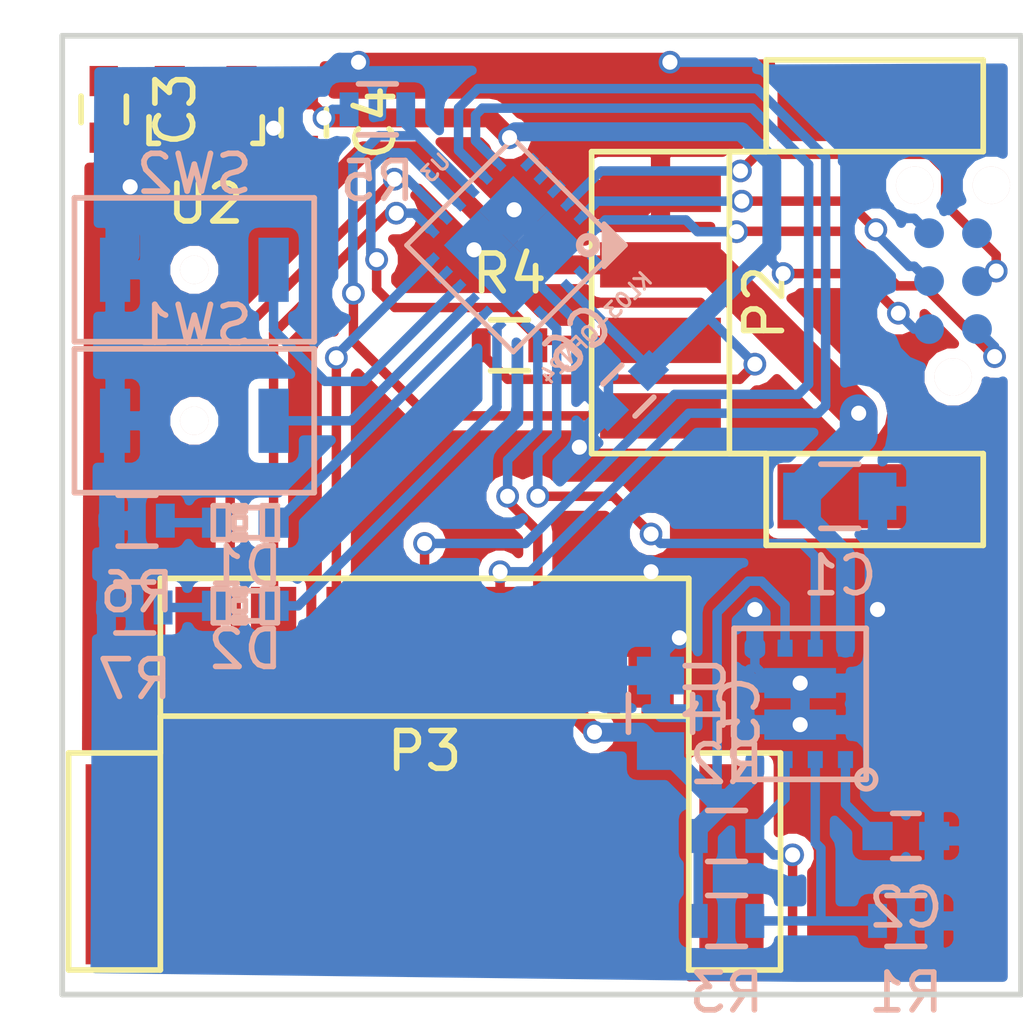
<source format=kicad_pcb>
(kicad_pcb (version 4) (host pcbnew 4.0.4-stable)

  (general
    (links 61)
    (no_connects 0)
    (area 152.324999 50.724999 177.875001 76.275001)
    (thickness 1.6)
    (drawings 4)
    (tracks 314)
    (zones 0)
    (modules 23)
    (nets 25)
  )

  (page A4)
  (layers
    (0 F.Cu signal)
    (31 B.Cu signal)
    (32 B.Adhes user)
    (33 F.Adhes user)
    (34 B.Paste user)
    (35 F.Paste user)
    (36 B.SilkS user)
    (37 F.SilkS user)
    (38 B.Mask user)
    (39 F.Mask user)
    (40 Dwgs.User user)
    (41 Cmts.User user)
    (42 Eco1.User user)
    (43 Eco2.User user)
    (44 Edge.Cuts user)
    (45 Margin user)
    (46 B.CrtYd user)
    (47 F.CrtYd user)
    (48 B.Fab user)
    (49 F.Fab user)
  )

  (setup
    (last_trace_width 0.25)
    (user_trace_width 0.5)
    (user_trace_width 1)
    (trace_clearance 0.2)
    (zone_clearance 0.26)
    (zone_45_only no)
    (trace_min 0.2)
    (segment_width 0.2)
    (edge_width 0.15)
    (via_size 0.6)
    (via_drill 0.4)
    (via_min_size 0.4)
    (via_min_drill 0.3)
    (uvia_size 0.3)
    (uvia_drill 0.1)
    (uvias_allowed no)
    (uvia_min_size 0.2)
    (uvia_min_drill 0.1)
    (pcb_text_width 0.3)
    (pcb_text_size 1.5 1.5)
    (mod_edge_width 0.15)
    (mod_text_size 1 1)
    (mod_text_width 0.15)
    (pad_size 1.524 1.524)
    (pad_drill 0.762)
    (pad_to_mask_clearance 0.2)
    (aux_axis_origin 0 0)
    (visible_elements FFFEFF7F)
    (pcbplotparams
      (layerselection 0x00000_80000001)
      (usegerberextensions false)
      (excludeedgelayer true)
      (linewidth 0.100000)
      (plotframeref false)
      (viasonmask false)
      (mode 1)
      (useauxorigin false)
      (hpglpennumber 1)
      (hpglpenspeed 20)
      (hpglpendiameter 15)
      (hpglpenoverlay 2)
      (psnegative false)
      (psa4output false)
      (plotreference true)
      (plotvalue true)
      (plotinvisibletext false)
      (padsonsilk false)
      (subtractmaskfromsilk false)
      (outputformat 1)
      (mirror false)
      (drillshape 0)
      (scaleselection 1)
      (outputdirectory /run/media/chris/Cruzer/controller/))
  )

  (net 0 "")
  (net 1 GND)
  (net 2 "Net-(C2-Pad1)")
  (net 3 /VIn)
  (net 4 +3V3)
  (net 5 /VOut)
  (net 6 "Net-(D1-Pad2)")
  (net 7 "Net-(D1-Pad1)")
  (net 8 "Net-(D2-Pad2)")
  (net 9 "Net-(D2-Pad1)")
  (net 10 /DIO)
  (net 11 /RST)
  (net 12 /CLK)
  (net 13 /SDA)
  (net 14 /RST_SW)
  (net 15 /MODE_SW)
  (net 16 /ON_SW)
  (net 17 /LED0)
  (net 18 /LED1)
  (net 19 /SCL)
  (net 20 "Net-(SW1-Pad1)")
  (net 21 "Net-(SW2-Pad1)")
  (net 22 /VRegEn)
  (net 23 /PSGood)
  (net 24 "Net-(R1-Pad1)")

  (net_class Default "This is the default net class."
    (clearance 0.2)
    (trace_width 0.25)
    (via_dia 0.6)
    (via_drill 0.4)
    (uvia_dia 0.3)
    (uvia_drill 0.1)
    (add_net +3V3)
    (add_net /CLK)
    (add_net /DIO)
    (add_net /LED0)
    (add_net /LED1)
    (add_net /MODE_SW)
    (add_net /ON_SW)
    (add_net /PSGood)
    (add_net /RST)
    (add_net /RST_SW)
    (add_net /SCL)
    (add_net /SDA)
    (add_net /VIn)
    (add_net /VOut)
    (add_net /VRegEn)
    (add_net GND)
    (add_net "Net-(C2-Pad1)")
    (add_net "Net-(D1-Pad1)")
    (add_net "Net-(D1-Pad2)")
    (add_net "Net-(D2-Pad1)")
    (add_net "Net-(D2-Pad2)")
    (add_net "Net-(R1-Pad1)")
    (add_net "Net-(SW1-Pad1)")
    (add_net "Net-(SW2-Pad1)")
  )

  (module Capacitors_SMD:C_0805 (layer B.Cu) (tedit 5415D6EA) (tstamp 5732741A)
    (at 168.25 68.75 90)
    (descr "Capacitor SMD 0805, reflow soldering, AVX (see smccp.pdf)")
    (tags "capacitor 0805")
    (path /57C5CDCA/57C607AB)
    (attr smd)
    (fp_text reference C5 (at 0 2.1 90) (layer B.SilkS)
      (effects (font (size 1 1) (thickness 0.15)) (justify mirror))
    )
    (fp_text value 22u (at 0 -2.1 90) (layer B.Fab)
      (effects (font (size 1 1) (thickness 0.15)) (justify mirror))
    )
    (fp_line (start -1.8 1) (end 1.8 1) (layer B.CrtYd) (width 0.05))
    (fp_line (start -1.8 -1) (end 1.8 -1) (layer B.CrtYd) (width 0.05))
    (fp_line (start -1.8 1) (end -1.8 -1) (layer B.CrtYd) (width 0.05))
    (fp_line (start 1.8 1) (end 1.8 -1) (layer B.CrtYd) (width 0.05))
    (fp_line (start 0.5 0.85) (end -0.5 0.85) (layer B.SilkS) (width 0.15))
    (fp_line (start -0.5 -0.85) (end 0.5 -0.85) (layer B.SilkS) (width 0.15))
    (pad 1 smd rect (at -1 0 90) (size 1 1.25) (layers B.Cu B.Paste B.Mask)
      (net 5 /VOut))
    (pad 2 smd rect (at 1 0 90) (size 1 1.25) (layers B.Cu B.Paste B.Mask)
      (net 1 GND))
    (model Capacitors_SMD.3dshapes/C_0805.wrl
      (at (xyz 0 0 0))
      (scale (xyz 1 1 1))
      (rotate (xyz 0 0 0))
    )
  )

  (module Capacitors_SMD:C_0805 (layer B.Cu) (tedit 5415D6EA) (tstamp 57327402)
    (at 173 63)
    (descr "Capacitor SMD 0805, reflow soldering, AVX (see smccp.pdf)")
    (tags "capacitor 0805")
    (path /57C5CDCA/57C5E9C6)
    (attr smd)
    (fp_text reference C1 (at 0 2.1) (layer B.SilkS)
      (effects (font (size 1 1) (thickness 0.15)) (justify mirror))
    )
    (fp_text value 22u (at 0 -2.1) (layer B.Fab)
      (effects (font (size 1 1) (thickness 0.15)) (justify mirror))
    )
    (fp_line (start -1.8 1) (end 1.8 1) (layer B.CrtYd) (width 0.05))
    (fp_line (start -1.8 -1) (end 1.8 -1) (layer B.CrtYd) (width 0.05))
    (fp_line (start -1.8 1) (end -1.8 -1) (layer B.CrtYd) (width 0.05))
    (fp_line (start 1.8 1) (end 1.8 -1) (layer B.CrtYd) (width 0.05))
    (fp_line (start 0.5 0.85) (end -0.5 0.85) (layer B.SilkS) (width 0.15))
    (fp_line (start -0.5 -0.85) (end 0.5 -0.85) (layer B.SilkS) (width 0.15))
    (pad 1 smd rect (at -1 0) (size 1 1.25) (layers B.Cu B.Paste B.Mask)
      (net 3 /VIn))
    (pad 2 smd rect (at 1 0) (size 1 1.25) (layers B.Cu B.Paste B.Mask)
      (net 1 GND))
    (model Capacitors_SMD.3dshapes/C_0805.wrl
      (at (xyz 0 0 0))
      (scale (xyz 1 1 1))
      (rotate (xyz 0 0 0))
    )
  )

  (module Capacitors_SMD:C_0603 (layer B.Cu) (tedit 5415D631) (tstamp 57327408)
    (at 174.75 72)
    (descr "Capacitor SMD 0603, reflow soldering, AVX (see smccp.pdf)")
    (tags "capacitor 0603")
    (path /57C5CDCA/57C5EB32)
    (attr smd)
    (fp_text reference C2 (at 0 1.9) (layer B.SilkS)
      (effects (font (size 1 1) (thickness 0.15)) (justify mirror))
    )
    (fp_text value 3300pf (at 0 -1.9) (layer B.Fab)
      (effects (font (size 1 1) (thickness 0.15)) (justify mirror))
    )
    (fp_line (start -1.45 0.75) (end 1.45 0.75) (layer B.CrtYd) (width 0.05))
    (fp_line (start -1.45 -0.75) (end 1.45 -0.75) (layer B.CrtYd) (width 0.05))
    (fp_line (start -1.45 0.75) (end -1.45 -0.75) (layer B.CrtYd) (width 0.05))
    (fp_line (start 1.45 0.75) (end 1.45 -0.75) (layer B.CrtYd) (width 0.05))
    (fp_line (start -0.35 0.6) (end 0.35 0.6) (layer B.SilkS) (width 0.15))
    (fp_line (start 0.35 -0.6) (end -0.35 -0.6) (layer B.SilkS) (width 0.15))
    (pad 1 smd rect (at -0.75 0) (size 0.8 0.75) (layers B.Cu B.Paste B.Mask)
      (net 2 "Net-(C2-Pad1)"))
    (pad 2 smd rect (at 0.75 0) (size 0.8 0.75) (layers B.Cu B.Paste B.Mask)
      (net 1 GND))
    (model Capacitors_SMD.3dshapes/C_0603.wrl
      (at (xyz 0 0 0))
      (scale (xyz 1 1 1))
      (rotate (xyz 0 0 0))
    )
  )

  (module Capacitors_SMD:C_0603 (layer F.Cu) (tedit 5415D631) (tstamp 5732740E)
    (at 153.5 52.75 270)
    (descr "Capacitor SMD 0603, reflow soldering, AVX (see smccp.pdf)")
    (tags "capacitor 0603")
    (path /57315679)
    (attr smd)
    (fp_text reference C3 (at 0 -1.9 270) (layer F.SilkS)
      (effects (font (size 1 1) (thickness 0.15)))
    )
    (fp_text value .1uF (at 0 1.9 270) (layer F.Fab)
      (effects (font (size 1 1) (thickness 0.15)))
    )
    (fp_line (start -1.45 -0.75) (end 1.45 -0.75) (layer F.CrtYd) (width 0.05))
    (fp_line (start -1.45 0.75) (end 1.45 0.75) (layer F.CrtYd) (width 0.05))
    (fp_line (start -1.45 -0.75) (end -1.45 0.75) (layer F.CrtYd) (width 0.05))
    (fp_line (start 1.45 -0.75) (end 1.45 0.75) (layer F.CrtYd) (width 0.05))
    (fp_line (start -0.35 -0.6) (end 0.35 -0.6) (layer F.SilkS) (width 0.15))
    (fp_line (start 0.35 0.6) (end -0.35 0.6) (layer F.SilkS) (width 0.15))
    (pad 1 smd rect (at -0.75 0 270) (size 0.8 0.75) (layers F.Cu F.Paste F.Mask)
      (net 3 /VIn))
    (pad 2 smd rect (at 0.75 0 270) (size 0.8 0.75) (layers F.Cu F.Paste F.Mask)
      (net 1 GND))
    (model Capacitors_SMD.3dshapes/C_0603.wrl
      (at (xyz 0 0 0))
      (scale (xyz 1 1 1))
      (rotate (xyz 0 0 0))
    )
  )

  (module Capacitors_SMD:C_0603 (layer F.Cu) (tedit 5415D631) (tstamp 57327414)
    (at 158.8 53.1 270)
    (descr "Capacitor SMD 0603, reflow soldering, AVX (see smccp.pdf)")
    (tags "capacitor 0603")
    (path /573156AF)
    (attr smd)
    (fp_text reference C4 (at 0 -1.9 270) (layer F.SilkS)
      (effects (font (size 1 1) (thickness 0.15)))
    )
    (fp_text value .1uF (at 0 1.9 270) (layer F.Fab)
      (effects (font (size 1 1) (thickness 0.15)))
    )
    (fp_line (start -1.45 -0.75) (end 1.45 -0.75) (layer F.CrtYd) (width 0.05))
    (fp_line (start -1.45 0.75) (end 1.45 0.75) (layer F.CrtYd) (width 0.05))
    (fp_line (start -1.45 -0.75) (end -1.45 0.75) (layer F.CrtYd) (width 0.05))
    (fp_line (start 1.45 -0.75) (end 1.45 0.75) (layer F.CrtYd) (width 0.05))
    (fp_line (start -0.35 -0.6) (end 0.35 -0.6) (layer F.SilkS) (width 0.15))
    (fp_line (start 0.35 0.6) (end -0.35 0.6) (layer F.SilkS) (width 0.15))
    (pad 1 smd rect (at -0.75 0 270) (size 0.8 0.75) (layers F.Cu F.Paste F.Mask)
      (net 4 +3V3))
    (pad 2 smd rect (at 0.75 0 270) (size 0.8 0.75) (layers F.Cu F.Paste F.Mask)
      (net 1 GND))
    (model Capacitors_SMD.3dshapes/C_0603.wrl
      (at (xyz 0 0 0))
      (scale (xyz 1 1 1))
      (rotate (xyz 0 0 0))
    )
  )

  (module Capacitors_SMD:C_0603 (layer B.Cu) (tedit 5415D631) (tstamp 57327420)
    (at 167.4 60.2 225)
    (descr "Capacitor SMD 0603, reflow soldering, AVX (see smccp.pdf)")
    (tags "capacitor 0603")
    (path /57315E05)
    (attr smd)
    (fp_text reference C6 (at 0 1.9 225) (layer B.SilkS)
      (effects (font (size 1 1) (thickness 0.15)) (justify mirror))
    )
    (fp_text value 1uF (at 0 -1.9 225) (layer B.Fab)
      (effects (font (size 1 1) (thickness 0.15)) (justify mirror))
    )
    (fp_line (start -1.45 0.75) (end 1.45 0.75) (layer B.CrtYd) (width 0.05))
    (fp_line (start -1.45 -0.75) (end 1.45 -0.75) (layer B.CrtYd) (width 0.05))
    (fp_line (start -1.45 0.75) (end -1.45 -0.75) (layer B.CrtYd) (width 0.05))
    (fp_line (start 1.45 0.75) (end 1.45 -0.75) (layer B.CrtYd) (width 0.05))
    (fp_line (start -0.35 0.6) (end 0.35 0.6) (layer B.SilkS) (width 0.15))
    (fp_line (start 0.35 -0.6) (end -0.35 -0.6) (layer B.SilkS) (width 0.15))
    (pad 1 smd rect (at -0.75 0 225) (size 0.8 0.75) (layers B.Cu B.Paste B.Mask)
      (net 4 +3V3))
    (pad 2 smd rect (at 0.75 0 225) (size 0.8 0.75) (layers B.Cu B.Paste B.Mask)
      (net 1 GND))
    (model Capacitors_SMD.3dshapes/C_0603.wrl
      (at (xyz 0 0 0))
      (scale (xyz 1 1 1))
      (rotate (xyz 0 0 0))
    )
  )

  (module LEDs:LED-0603 (layer B.Cu) (tedit 5538B18B) (tstamp 57327426)
    (at 157.2507 63.7)
    (descr "LED 0603 smd package")
    (tags "LED led 0603 SMD smd SMT smt smdled SMDLED smtled SMTLED")
    (path /57319FB6)
    (attr smd)
    (fp_text reference D1 (at 0 1.15) (layer B.SilkS)
      (effects (font (size 1 1) (thickness 0.15)) (justify mirror))
    )
    (fp_text value Led_Small (at 0 -1.2) (layer B.Fab)
      (effects (font (size 1 1) (thickness 0.15)) (justify mirror))
    )
    (fp_line (start -0.44958 0.44958) (end -0.44958 -0.44958) (layer B.SilkS) (width 0.15))
    (fp_line (start -0.44958 -0.44958) (end -0.84836 -0.44958) (layer B.SilkS) (width 0.15))
    (fp_line (start -0.84836 0.44958) (end -0.84836 -0.44958) (layer B.SilkS) (width 0.15))
    (fp_line (start -0.44958 0.44958) (end -0.84836 0.44958) (layer B.SilkS) (width 0.15))
    (fp_line (start 0.84836 0.44958) (end 0.84836 -0.44958) (layer B.SilkS) (width 0.15))
    (fp_line (start 0.84836 -0.44958) (end 0.44958 -0.44958) (layer B.SilkS) (width 0.15))
    (fp_line (start 0.44958 0.44958) (end 0.44958 -0.44958) (layer B.SilkS) (width 0.15))
    (fp_line (start 0.84836 0.44958) (end 0.44958 0.44958) (layer B.SilkS) (width 0.15))
    (fp_line (start 0 0.44958) (end 0 0.29972) (layer B.SilkS) (width 0.15))
    (fp_line (start 0 0.29972) (end -0.29972 0.29972) (layer B.SilkS) (width 0.15))
    (fp_line (start -0.29972 0.44958) (end -0.29972 0.29972) (layer B.SilkS) (width 0.15))
    (fp_line (start 0 0.44958) (end -0.29972 0.44958) (layer B.SilkS) (width 0.15))
    (fp_line (start 0 -0.29972) (end 0 -0.44958) (layer B.SilkS) (width 0.15))
    (fp_line (start 0 -0.44958) (end -0.29972 -0.44958) (layer B.SilkS) (width 0.15))
    (fp_line (start -0.29972 -0.29972) (end -0.29972 -0.44958) (layer B.SilkS) (width 0.15))
    (fp_line (start 0 -0.29972) (end -0.29972 -0.29972) (layer B.SilkS) (width 0.15))
    (fp_line (start 0 0.14986) (end 0 -0.14986) (layer B.SilkS) (width 0.15))
    (fp_line (start 0 -0.14986) (end -0.29972 -0.14986) (layer B.SilkS) (width 0.15))
    (fp_line (start -0.29972 0.14986) (end -0.29972 -0.14986) (layer B.SilkS) (width 0.15))
    (fp_line (start 0 0.14986) (end -0.29972 0.14986) (layer B.SilkS) (width 0.15))
    (fp_line (start -0.44958 0.39878) (end 0.44958 0.39878) (layer B.SilkS) (width 0.15))
    (fp_line (start -0.44958 -0.39878) (end 0.44958 -0.39878) (layer B.SilkS) (width 0.15))
    (pad 2 smd rect (at 0.7493 0 180) (size 0.79756 0.79756) (layers B.Cu B.Paste B.Mask)
      (net 6 "Net-(D1-Pad2)"))
    (pad 1 smd rect (at -0.7493 0 180) (size 0.79756 0.79756) (layers B.Cu B.Paste B.Mask)
      (net 7 "Net-(D1-Pad1)"))
  )

  (module LEDs:LED-0603 (layer B.Cu) (tedit 5538B18B) (tstamp 5732742C)
    (at 157.2507 65.902026)
    (descr "LED 0603 smd package")
    (tags "LED led 0603 SMD smd SMT smt smdled SMDLED smtled SMTLED")
    (path /5731A00C)
    (attr smd)
    (fp_text reference D2 (at 0 1.15) (layer B.SilkS)
      (effects (font (size 1 1) (thickness 0.15)) (justify mirror))
    )
    (fp_text value Led_Small (at 0 -1.2) (layer B.Fab)
      (effects (font (size 1 1) (thickness 0.15)) (justify mirror))
    )
    (fp_line (start -0.44958 0.44958) (end -0.44958 -0.44958) (layer B.SilkS) (width 0.15))
    (fp_line (start -0.44958 -0.44958) (end -0.84836 -0.44958) (layer B.SilkS) (width 0.15))
    (fp_line (start -0.84836 0.44958) (end -0.84836 -0.44958) (layer B.SilkS) (width 0.15))
    (fp_line (start -0.44958 0.44958) (end -0.84836 0.44958) (layer B.SilkS) (width 0.15))
    (fp_line (start 0.84836 0.44958) (end 0.84836 -0.44958) (layer B.SilkS) (width 0.15))
    (fp_line (start 0.84836 -0.44958) (end 0.44958 -0.44958) (layer B.SilkS) (width 0.15))
    (fp_line (start 0.44958 0.44958) (end 0.44958 -0.44958) (layer B.SilkS) (width 0.15))
    (fp_line (start 0.84836 0.44958) (end 0.44958 0.44958) (layer B.SilkS) (width 0.15))
    (fp_line (start 0 0.44958) (end 0 0.29972) (layer B.SilkS) (width 0.15))
    (fp_line (start 0 0.29972) (end -0.29972 0.29972) (layer B.SilkS) (width 0.15))
    (fp_line (start -0.29972 0.44958) (end -0.29972 0.29972) (layer B.SilkS) (width 0.15))
    (fp_line (start 0 0.44958) (end -0.29972 0.44958) (layer B.SilkS) (width 0.15))
    (fp_line (start 0 -0.29972) (end 0 -0.44958) (layer B.SilkS) (width 0.15))
    (fp_line (start 0 -0.44958) (end -0.29972 -0.44958) (layer B.SilkS) (width 0.15))
    (fp_line (start -0.29972 -0.29972) (end -0.29972 -0.44958) (layer B.SilkS) (width 0.15))
    (fp_line (start 0 -0.29972) (end -0.29972 -0.29972) (layer B.SilkS) (width 0.15))
    (fp_line (start 0 0.14986) (end 0 -0.14986) (layer B.SilkS) (width 0.15))
    (fp_line (start 0 -0.14986) (end -0.29972 -0.14986) (layer B.SilkS) (width 0.15))
    (fp_line (start -0.29972 0.14986) (end -0.29972 -0.14986) (layer B.SilkS) (width 0.15))
    (fp_line (start 0 0.14986) (end -0.29972 0.14986) (layer B.SilkS) (width 0.15))
    (fp_line (start -0.44958 0.39878) (end 0.44958 0.39878) (layer B.SilkS) (width 0.15))
    (fp_line (start -0.44958 -0.39878) (end 0.44958 -0.39878) (layer B.SilkS) (width 0.15))
    (pad 2 smd rect (at 0.7493 0 180) (size 0.79756 0.79756) (layers B.Cu B.Paste B.Mask)
      (net 8 "Net-(D2-Pad2)"))
    (pad 1 smd rect (at -0.7493 0 180) (size 0.79756 0.79756) (layers B.Cu B.Paste B.Mask)
      (net 9 "Net-(D2-Pad1)"))
  )

  (module mods:TC2030-MCP-NL (layer B.Cu) (tedit 50632EA8) (tstamp 5732743F)
    (at 176 57.3 90)
    (descr http://www.tag-connect.com/Materials/TC2030-MCP-NL%20PCB%20Footprint.pdf)
    (path /57316A8B)
    (fp_text reference P1 (at 0 4.064 90) (layer B.SilkS) hide
      (effects (font (thickness 0.3048)) (justify mirror))
    )
    (fp_text value TC2030-CTX (at 0 -3.048 90) (layer B.SilkS) hide
      (effects (font (thickness 0.3048)) (justify mirror))
    )
    (pad 1 connect circle (at -1.27 -0.635 90) (size 0.7874 0.7874) (layers B.Cu B.Mask)
      (net 4 +3V3) (clearance 0.4826))
    (pad 2 connect circle (at -1.27 0.635 90) (size 0.7874 0.7874) (layers B.Cu B.Mask)
      (net 10 /DIO) (clearance 0.4826))
    (pad 3 connect circle (at 0 -0.635 90) (size 0.7874 0.7874) (layers B.Cu B.Mask)
      (net 11 /RST) (clearance 0.4826))
    (pad 4 connect circle (at 0 0.635 90) (size 0.7874 0.7874) (layers B.Cu B.Mask)
      (net 12 /CLK) (clearance 0.4826))
    (pad 5 connect circle (at 1.27 -0.635 90) (size 0.7874 0.7874) (layers B.Cu B.Mask)
      (net 1 GND) (clearance 0.4318))
    (pad 6 connect circle (at 1.27 0.635 90) (size 0.7874 0.7874) (layers B.Cu B.Mask)
      (clearance 0.4318))
    (pad "" np_thru_hole circle (at -2.54 0 90) (size 0.9906 0.9906) (drill 0.9906) (layers *.Cu *.Mask B.SilkS))
    (pad "" np_thru_hole circle (at 2.54 1.016 90) (size 0.9906 0.9906) (drill 0.9906) (layers *.Cu *.Mask B.SilkS))
    (pad "" np_thru_hole circle (at 2.54 -1.016 90) (size 0.9906 0.9906) (drill 0.9906) (layers *.Cu *.Mask B.SilkS))
  )

  (module Resistors_SMD:R_0603 (layer B.Cu) (tedit 5415CC62) (tstamp 57327458)
    (at 174.75 74.25)
    (descr "Resistor SMD 0603, reflow soldering, Vishay (see dcrcw.pdf)")
    (tags "resistor 0603")
    (path /57C5CDCA/57C5EB8D)
    (attr smd)
    (fp_text reference R1 (at 0 1.9) (layer B.SilkS)
      (effects (font (size 1 1) (thickness 0.15)) (justify mirror))
    )
    (fp_text value 383K (at 0 -1.9) (layer B.Fab)
      (effects (font (size 1 1) (thickness 0.15)) (justify mirror))
    )
    (fp_line (start -1.3 0.8) (end 1.3 0.8) (layer B.CrtYd) (width 0.05))
    (fp_line (start -1.3 -0.8) (end 1.3 -0.8) (layer B.CrtYd) (width 0.05))
    (fp_line (start -1.3 0.8) (end -1.3 -0.8) (layer B.CrtYd) (width 0.05))
    (fp_line (start 1.3 0.8) (end 1.3 -0.8) (layer B.CrtYd) (width 0.05))
    (fp_line (start 0.5 -0.675) (end -0.5 -0.675) (layer B.SilkS) (width 0.15))
    (fp_line (start -0.5 0.675) (end 0.5 0.675) (layer B.SilkS) (width 0.15))
    (pad 1 smd rect (at -0.75 0) (size 0.5 0.9) (layers B.Cu B.Paste B.Mask)
      (net 24 "Net-(R1-Pad1)"))
    (pad 2 smd rect (at 0.75 0) (size 0.5 0.9) (layers B.Cu B.Paste B.Mask)
      (net 1 GND))
    (model Resistors_SMD.3dshapes/R_0603.wrl
      (at (xyz 0 0 0))
      (scale (xyz 1 1 1))
      (rotate (xyz 0 0 0))
    )
  )

  (module Resistors_SMD:R_0603 (layer B.Cu) (tedit 5415CC62) (tstamp 5732745E)
    (at 170 72 180)
    (descr "Resistor SMD 0603, reflow soldering, Vishay (see dcrcw.pdf)")
    (tags "resistor 0603")
    (path /57C5CDCA/57C5F7F1)
    (attr smd)
    (fp_text reference R2 (at 0 1.9 180) (layer B.SilkS)
      (effects (font (size 1 1) (thickness 0.15)) (justify mirror))
    )
    (fp_text value 10K (at 0 -1.9 180) (layer B.Fab)
      (effects (font (size 1 1) (thickness 0.15)) (justify mirror))
    )
    (fp_line (start -1.3 0.8) (end 1.3 0.8) (layer B.CrtYd) (width 0.05))
    (fp_line (start -1.3 -0.8) (end 1.3 -0.8) (layer B.CrtYd) (width 0.05))
    (fp_line (start -1.3 0.8) (end -1.3 -0.8) (layer B.CrtYd) (width 0.05))
    (fp_line (start 1.3 0.8) (end 1.3 -0.8) (layer B.CrtYd) (width 0.05))
    (fp_line (start 0.5 -0.675) (end -0.5 -0.675) (layer B.SilkS) (width 0.15))
    (fp_line (start -0.5 0.675) (end 0.5 0.675) (layer B.SilkS) (width 0.15))
    (pad 1 smd rect (at -0.75 0 180) (size 0.5 0.9) (layers B.Cu B.Paste B.Mask)
      (net 23 /PSGood))
    (pad 2 smd rect (at 0.75 0 180) (size 0.5 0.9) (layers B.Cu B.Paste B.Mask)
      (net 5 /VOut))
    (model Resistors_SMD.3dshapes/R_0603.wrl
      (at (xyz 0 0 0))
      (scale (xyz 1 1 1))
      (rotate (xyz 0 0 0))
    )
  )

  (module Resistors_SMD:R_0603 (layer B.Cu) (tedit 5415CC62) (tstamp 57327464)
    (at 170 74.25)
    (descr "Resistor SMD 0603, reflow soldering, Vishay (see dcrcw.pdf)")
    (tags "resistor 0603")
    (path /57C5CDCA/57C5EBCE)
    (attr smd)
    (fp_text reference R3 (at 0 1.9) (layer B.SilkS)
      (effects (font (size 1 1) (thickness 0.15)) (justify mirror))
    )
    (fp_text value 1.21M (at 0 -1.9) (layer B.Fab)
      (effects (font (size 1 1) (thickness 0.15)) (justify mirror))
    )
    (fp_line (start -1.3 0.8) (end 1.3 0.8) (layer B.CrtYd) (width 0.05))
    (fp_line (start -1.3 -0.8) (end 1.3 -0.8) (layer B.CrtYd) (width 0.05))
    (fp_line (start -1.3 0.8) (end -1.3 -0.8) (layer B.CrtYd) (width 0.05))
    (fp_line (start 1.3 0.8) (end 1.3 -0.8) (layer B.CrtYd) (width 0.05))
    (fp_line (start 0.5 -0.675) (end -0.5 -0.675) (layer B.SilkS) (width 0.15))
    (fp_line (start -0.5 0.675) (end 0.5 0.675) (layer B.SilkS) (width 0.15))
    (pad 1 smd rect (at -0.75 0) (size 0.5 0.9) (layers B.Cu B.Paste B.Mask)
      (net 5 /VOut))
    (pad 2 smd rect (at 0.75 0) (size 0.5 0.9) (layers B.Cu B.Paste B.Mask)
      (net 24 "Net-(R1-Pad1)"))
    (model Resistors_SMD.3dshapes/R_0603.wrl
      (at (xyz 0 0 0))
      (scale (xyz 1 1 1))
      (rotate (xyz 0 0 0))
    )
  )

  (module Resistors_SMD:R_0603 (layer F.Cu) (tedit 5415CC62) (tstamp 5732746A)
    (at 164.25 59)
    (descr "Resistor SMD 0603, reflow soldering, Vishay (see dcrcw.pdf)")
    (tags "resistor 0603")
    (path /573184B3)
    (attr smd)
    (fp_text reference R4 (at 0 -1.9) (layer F.SilkS)
      (effects (font (size 1 1) (thickness 0.15)))
    )
    (fp_text value 10k (at 0 1.9) (layer F.Fab)
      (effects (font (size 1 1) (thickness 0.15)))
    )
    (fp_line (start -1.3 -0.8) (end 1.3 -0.8) (layer F.CrtYd) (width 0.05))
    (fp_line (start -1.3 0.8) (end 1.3 0.8) (layer F.CrtYd) (width 0.05))
    (fp_line (start -1.3 -0.8) (end -1.3 0.8) (layer F.CrtYd) (width 0.05))
    (fp_line (start 1.3 -0.8) (end 1.3 0.8) (layer F.CrtYd) (width 0.05))
    (fp_line (start 0.5 0.675) (end -0.5 0.675) (layer F.SilkS) (width 0.15))
    (fp_line (start -0.5 -0.675) (end 0.5 -0.675) (layer F.SilkS) (width 0.15))
    (pad 1 smd rect (at -0.75 0) (size 0.5 0.9) (layers F.Cu F.Paste F.Mask)
      (net 4 +3V3))
    (pad 2 smd rect (at 0.75 0) (size 0.5 0.9) (layers F.Cu F.Paste F.Mask)
      (net 19 /SCL))
    (model Resistors_SMD.3dshapes/R_0603.wrl
      (at (xyz 0 0 0))
      (scale (xyz 1 1 1))
      (rotate (xyz 0 0 0))
    )
  )

  (module Resistors_SMD:R_0603 (layer B.Cu) (tedit 5415CC62) (tstamp 57327476)
    (at 154.381323 63.646568)
    (descr "Resistor SMD 0603, reflow soldering, Vishay (see dcrcw.pdf)")
    (tags "resistor 0603")
    (path /5731A050)
    (attr smd)
    (fp_text reference R6 (at 0 1.9) (layer B.SilkS)
      (effects (font (size 1 1) (thickness 0.15)) (justify mirror))
    )
    (fp_text value 80 (at 0 -1.9) (layer B.Fab)
      (effects (font (size 1 1) (thickness 0.15)) (justify mirror))
    )
    (fp_line (start -1.3 0.8) (end 1.3 0.8) (layer B.CrtYd) (width 0.05))
    (fp_line (start -1.3 -0.8) (end 1.3 -0.8) (layer B.CrtYd) (width 0.05))
    (fp_line (start -1.3 0.8) (end -1.3 -0.8) (layer B.CrtYd) (width 0.05))
    (fp_line (start 1.3 0.8) (end 1.3 -0.8) (layer B.CrtYd) (width 0.05))
    (fp_line (start 0.5 -0.675) (end -0.5 -0.675) (layer B.SilkS) (width 0.15))
    (fp_line (start -0.5 0.675) (end 0.5 0.675) (layer B.SilkS) (width 0.15))
    (pad 1 smd rect (at -0.75 0) (size 0.5 0.9) (layers B.Cu B.Paste B.Mask)
      (net 1 GND))
    (pad 2 smd rect (at 0.75 0) (size 0.5 0.9) (layers B.Cu B.Paste B.Mask)
      (net 7 "Net-(D1-Pad1)"))
    (model Resistors_SMD.3dshapes/R_0603.wrl
      (at (xyz 0 0 0))
      (scale (xyz 1 1 1))
      (rotate (xyz 0 0 0))
    )
  )

  (module Resistors_SMD:R_0603 (layer B.Cu) (tedit 5415CC62) (tstamp 5732747C)
    (at 154.321323 65.946568)
    (descr "Resistor SMD 0603, reflow soldering, Vishay (see dcrcw.pdf)")
    (tags "resistor 0603")
    (path /5731A0BD)
    (attr smd)
    (fp_text reference R7 (at 0 1.9) (layer B.SilkS)
      (effects (font (size 1 1) (thickness 0.15)) (justify mirror))
    )
    (fp_text value 80 (at 0 -1.9) (layer B.Fab)
      (effects (font (size 1 1) (thickness 0.15)) (justify mirror))
    )
    (fp_line (start -1.3 0.8) (end 1.3 0.8) (layer B.CrtYd) (width 0.05))
    (fp_line (start -1.3 -0.8) (end 1.3 -0.8) (layer B.CrtYd) (width 0.05))
    (fp_line (start -1.3 0.8) (end -1.3 -0.8) (layer B.CrtYd) (width 0.05))
    (fp_line (start 1.3 0.8) (end 1.3 -0.8) (layer B.CrtYd) (width 0.05))
    (fp_line (start 0.5 -0.675) (end -0.5 -0.675) (layer B.SilkS) (width 0.15))
    (fp_line (start -0.5 0.675) (end 0.5 0.675) (layer B.SilkS) (width 0.15))
    (pad 1 smd rect (at -0.75 0) (size 0.5 0.9) (layers B.Cu B.Paste B.Mask)
      (net 1 GND))
    (pad 2 smd rect (at 0.75 0) (size 0.5 0.9) (layers B.Cu B.Paste B.Mask)
      (net 9 "Net-(D2-Pad1)"))
    (model Resistors_SMD.3dshapes/R_0603.wrl
      (at (xyz 0 0 0))
      (scale (xyz 1 1 1))
      (rotate (xyz 0 0 0))
    )
  )

  (module w_smd_qfn:qfn-24 (layer B.Cu) (tedit 51727CB8) (tstamp 573274C7)
    (at 164.35 56.35 225)
    (descr "Plastic QFP, Micrel QFN44-24LD-LP-1")
    (path /57315DB9)
    (fp_text reference U3 (at 0 2.90068 225) (layer B.SilkS)
      (effects (font (size 0.39878 0.39878) (thickness 0.07874)) (justify mirror))
    )
    (fp_text value KL03-QFN24 (at 0 -3.0988 225) (layer B.SilkS)
      (effects (font (size 0.39878 0.39878) (thickness 0.07874)) (justify mirror))
    )
    (fp_line (start -1.30048 -2.10058) (end -2.10058 -1.30048) (layer B.SilkS) (width 0.127))
    (fp_line (start -2.10058 -1.30048) (end -2.10058 -2.10058) (layer B.SilkS) (width 0.127))
    (fp_line (start -2.10058 -2.10058) (end -1.30048 -2.10058) (layer B.SilkS) (width 0.127))
    (fp_line (start -1.99898 -1.50114) (end -1.50114 -1.99898) (layer B.SilkS) (width 0.127))
    (fp_line (start -1.99898 -1.6002) (end -1.6002 -1.99898) (layer B.SilkS) (width 0.127))
    (fp_line (start -1.6002 -1.99898) (end -1.69926 -1.99898) (layer B.SilkS) (width 0.127))
    (fp_line (start -1.69926 -1.99898) (end -1.99898 -1.69926) (layer B.SilkS) (width 0.127))
    (fp_line (start -1.99898 -1.69926) (end -1.99898 -1.80086) (layer B.SilkS) (width 0.127))
    (fp_line (start -1.99898 -1.80086) (end -1.80086 -1.99898) (layer B.SilkS) (width 0.127))
    (fp_line (start -1.99898 -1.50114) (end -1.99898 -1.69926) (layer B.SilkS) (width 0.127))
    (fp_line (start -1.99898 -1.39954) (end -1.99898 -1.6002) (layer B.SilkS) (width 0.127))
    (fp_line (start -1.99898 -1.99898) (end -1.99898 1.99898) (layer B.SilkS) (width 0.127))
    (fp_line (start -1.99898 1.99898) (end 1.99898 1.99898) (layer B.SilkS) (width 0.127))
    (fp_line (start 1.99898 1.99898) (end 1.99898 -1.99898) (layer B.SilkS) (width 0.127))
    (fp_line (start 1.99898 -1.99898) (end -1.99898 -1.99898) (layer B.SilkS) (width 0.127))
    (fp_circle (center -1.40208 -1.397) (end -1.20396 -1.4986) (layer B.SilkS) (width 0.19812))
    (pad 1 smd rect (at -1.25 -1.86 225) (size 0.23 0.48) (layers B.Cu B.Paste B.Mask)
      (solder_mask_margin 0.07112))
    (pad 2 smd rect (at -0.75 -1.86 225) (size 0.23 0.48) (layers B.Cu B.Paste B.Mask)
      (solder_mask_margin 0.07112))
    (pad 3 smd rect (at -0.25 -1.86 225) (size 0.23 0.48) (layers B.Cu B.Paste B.Mask)
      (net 4 +3V3) (solder_mask_margin 0.07112))
    (pad 4 smd rect (at 0.25 -1.86 225) (size 0.23 0.48) (layers B.Cu B.Paste B.Mask)
      (net 1 GND) (solder_mask_margin 0.07112))
    (pad 6 smd rect (at 1.25 -1.86 225) (size 0.23 0.48) (layers B.Cu B.Paste B.Mask)
      (net 23 /PSGood) (solder_mask_margin 0.07112))
    (pad 7 smd rect (at 1.86 -1.25 225) (size 0.48 0.23) (layers B.Cu B.Paste B.Mask)
      (net 8 "Net-(D2-Pad2)") (solder_mask_margin 0.07112))
    (pad 8 smd rect (at 1.86 -0.75 225) (size 0.48 0.23) (layers B.Cu B.Paste B.Mask)
      (net 6 "Net-(D1-Pad2)") (solder_mask_margin 0.07112))
    (pad 9 smd rect (at 1.86 -0.25 225) (size 0.48 0.23) (layers B.Cu B.Paste B.Mask)
      (net 20 "Net-(SW1-Pad1)") (solder_mask_margin 0.07112))
    (pad 10 smd rect (at 1.86 0.25 225) (size 0.48 0.23) (layers B.Cu B.Paste B.Mask)
      (net 21 "Net-(SW2-Pad1)") (solder_mask_margin 0.07112))
    (pad 25 smd rect (at 0.65 -0.65 225) (size 1.3 1.3) (layers B.Cu B.Paste B.Mask)
      (net 1 GND) (solder_mask_margin 0.07112) (solder_paste_margin -0.09906))
    (pad 25 smd rect (at -0.65 -0.65 225) (size 1.3 1.3) (layers B.Cu B.Paste B.Mask)
      (net 1 GND) (solder_mask_margin 0.07112) (solder_paste_margin -0.09906))
    (pad 25 smd rect (at -0.65 0.65 225) (size 1.3 1.3) (layers B.Cu B.Paste B.Mask)
      (net 1 GND) (solder_mask_margin 0.07112) (solder_paste_margin -0.09906))
    (pad 25 smd rect (at 0.65 0.65 225) (size 1.3 1.3) (layers B.Cu B.Paste B.Mask)
      (net 1 GND) (solder_mask_margin 0.07112) (solder_paste_margin -0.09906))
    (pad 11 smd rect (at 1.86 0.75 225) (size 0.48 0.23) (layers B.Cu B.Paste B.Mask)
      (solder_mask_margin 0.07112))
    (pad 12 smd rect (at 1.86 1.25 225) (size 0.48 0.23) (layers B.Cu B.Paste B.Mask)
      (net 16 /ON_SW) (solder_mask_margin 0.07112))
    (pad 13 smd rect (at 1.25 1.86 225) (size 0.23 0.48) (layers B.Cu B.Paste B.Mask)
      (net 15 /MODE_SW) (solder_mask_margin 0.07112))
    (pad 14 smd rect (at 0.75 1.86 225) (size 0.23 0.48) (layers B.Cu B.Paste B.Mask)
      (net 14 /RST_SW) (solder_mask_margin 0.07112))
    (pad 15 smd rect (at 0.25 1.86 225) (size 0.23 0.48) (layers B.Cu B.Paste B.Mask)
      (net 19 /SCL) (solder_mask_margin 0.07112))
    (pad 16 smd rect (at -0.25 1.86 225) (size 0.23 0.48) (layers B.Cu B.Paste B.Mask)
      (net 13 /SDA) (solder_mask_margin 0.07112))
    (pad 17 smd rect (at -0.75 1.86 225) (size 0.23 0.48) (layers B.Cu B.Paste B.Mask)
      (net 18 /LED1) (solder_mask_margin 0.07112))
    (pad 18 smd rect (at -1.25 1.86 225) (size 0.23 0.48) (layers B.Cu B.Paste B.Mask)
      (net 17 /LED0) (solder_mask_margin 0.07112))
    (pad 19 smd rect (at -1.86 1.25 225) (size 0.48 0.23) (layers B.Cu B.Paste B.Mask)
      (solder_mask_margin 0.07112))
    (pad 20 smd rect (at -1.86 0.75 225) (size 0.48 0.23) (layers B.Cu B.Paste B.Mask)
      (solder_mask_margin 0.07112))
    (pad 5 smd rect (at 0.75 -1.86 225) (size 0.23 0.48) (layers B.Cu B.Paste B.Mask)
      (net 22 /VRegEn) (solder_mask_margin 0.07112))
    (pad 21 smd rect (at -1.86 0.25 225) (size 0.48 0.23) (layers B.Cu B.Paste B.Mask)
      (solder_mask_margin 0.07112))
    (pad 22 smd rect (at -1.86 -0.25 225) (size 0.48 0.23) (layers B.Cu B.Paste B.Mask)
      (net 12 /CLK) (solder_mask_margin 0.07112))
    (pad 23 smd rect (at -1.86 -0.75 225) (size 0.48 0.23) (layers B.Cu B.Paste B.Mask)
      (net 11 /RST) (solder_mask_margin 0.07112))
    (pad 24 smd rect (at -1.86 -1.25 225) (size 0.48 0.23) (layers B.Cu B.Paste B.Mask)
      (net 10 /DIO) (solder_mask_margin 0.07112))
    (model walter/smd_qfn/qfn-24.wrl
      (at (xyz 0 0 0))
      (scale (xyz 1 1 1))
      (rotate (xyz 0 0 0))
    )
  )

  (module mods:duraclik-4 (layer F.Cu) (tedit 0) (tstamp 57328914)
    (at 168.25 57.87 90)
    (path /57318765)
    (attr smd)
    (fp_text reference P2 (at 0 2.75 90) (layer F.SilkS)
      (effects (font (size 1 1) (thickness 0.15)))
    )
    (fp_text value CONN_01X04 (at -0.764655 -2.525458 90) (layer F.Fab)
      (effects (font (size 1 1) (thickness 0.15)))
    )
    (fp_line (start -4 -1.825) (end 4 -1.825) (layer F.SilkS) (width 0.15))
    (fp_line (start -4 1.825) (end 4 1.825) (layer F.SilkS) (width 0.15))
    (fp_line (start -4 1.825) (end -4 8.55) (layer F.SilkS) (width 0.15))
    (fp_line (start 4 1.825) (end 4 8.55) (layer F.SilkS) (width 0.15))
    (fp_line (start -4 8.55) (end -6.43 8.55) (layer F.SilkS) (width 0.15))
    (fp_line (start 4 8.55) (end 6.43 8.55) (layer F.SilkS) (width 0.15))
    (fp_line (start -6.43 8.55) (end -6.43 2.8) (layer F.SilkS) (width 0.15))
    (fp_line (start 6.43 8.55) (end 6.43 2.8) (layer F.SilkS) (width 0.15))
    (fp_line (start -6.43 2.8) (end -4 2.8) (layer F.SilkS) (width 0.15))
    (fp_line (start 6.43 2.8) (end 4 2.8) (layer F.SilkS) (width 0.15))
    (fp_line (start -4 2.8) (end -4 -1.825) (layer F.SilkS) (width 0.15))
    (fp_line (start 4 2.8) (end 4 -1.825) (layer F.SilkS) (width 0.15))
    (pad 1 smd rect (at -3 0 90) (size 1.2 3.2) (layers F.Cu F.Paste F.Mask)
      (net 13 /SDA))
    (pad 2 smd rect (at -1 0 90) (size 1.2 3.2) (layers F.Cu F.Paste F.Mask)
      (net 19 /SCL))
    (pad 3 smd rect (at 1 0 90) (size 1.2 3.2) (layers F.Cu F.Paste F.Mask)
      (net 3 /VIn))
    (pad 4 smd rect (at 3 0 90) (size 1.2 3.2) (layers F.Cu F.Paste F.Mask)
      (net 1 GND))
    (pad 0 smd rect (at -5.13 5.75 90) (size 1.7 5.3) (layers F.Cu F.Paste F.Mask))
    (pad 0 smd rect (at 5.13 5.75 90) (size 1.7 5.3) (layers F.Cu F.Paste F.Mask))
  )

  (module mods:duraclik-7 (layer F.Cu) (tedit 0) (tstamp 5732891D)
    (at 162 67)
    (path /5731CC10)
    (attr smd)
    (fp_text reference P3 (at 0 2.75) (layer F.SilkS)
      (effects (font (size 1 1) (thickness 0.15)))
    )
    (fp_text value CONN_01X07 (at 0 3.9) (layer F.Fab)
      (effects (font (size 1 1) (thickness 0.15)))
    )
    (fp_line (start -7 -1.825) (end 7 -1.825) (layer F.SilkS) (width 0.15))
    (fp_line (start -7 1.825) (end 7 1.825) (layer F.SilkS) (width 0.15))
    (fp_line (start -7 1.825) (end -7 8.55) (layer F.SilkS) (width 0.15))
    (fp_line (start 7 1.825) (end 7 8.55) (layer F.SilkS) (width 0.15))
    (fp_line (start -7 8.55) (end -9.43 8.55) (layer F.SilkS) (width 0.15))
    (fp_line (start 7 8.55) (end 9.43 8.55) (layer F.SilkS) (width 0.15))
    (fp_line (start -9.43 8.55) (end -9.43 2.8) (layer F.SilkS) (width 0.15))
    (fp_line (start 9.43 8.55) (end 9.43 2.8) (layer F.SilkS) (width 0.15))
    (fp_line (start -9.43 2.8) (end -7 2.8) (layer F.SilkS) (width 0.15))
    (fp_line (start 9.43 2.8) (end 7 2.8) (layer F.SilkS) (width 0.15))
    (fp_line (start -7 2.8) (end -7 -1.825) (layer F.SilkS) (width 0.15))
    (fp_line (start 7 2.8) (end 7 -1.825) (layer F.SilkS) (width 0.15))
    (pad 1 smd rect (at -6 0) (size 1.2 3.2) (layers F.Cu F.Paste F.Mask)
      (net 14 /RST_SW))
    (pad 2 smd rect (at -4 0) (size 1.2 3.2) (layers F.Cu F.Paste F.Mask)
      (net 15 /MODE_SW))
    (pad 3 smd rect (at -2 0) (size 1.2 3.2) (layers F.Cu F.Paste F.Mask)
      (net 16 /ON_SW))
    (pad 4 smd rect (at 0 0) (size 1.2 3.2) (layers F.Cu F.Paste F.Mask)
      (net 17 /LED0))
    (pad 5 smd rect (at 2 0) (size 1.2 3.2) (layers F.Cu F.Paste F.Mask)
      (net 18 /LED1))
    (pad 6 smd rect (at 4 0) (size 1.2 3.2) (layers F.Cu F.Paste F.Mask)
      (net 5 /VOut))
    (pad 7 smd rect (at 6 0) (size 1.2 3.2) (layers F.Cu F.Paste F.Mask)
      (net 1 GND))
    (pad 0 smd rect (at -8.13 5.75) (size 1.7 5.3) (layers F.Cu F.Paste F.Mask))
    (pad 0 smd rect (at 8.13 5.75) (size 1.7 5.3) (layers F.Cu F.Paste F.Mask))
  )

  (module mods:B3U-1000P (layer B.Cu) (tedit 57327EC0) (tstamp 57328929)
    (at 155.9 61)
    (path /57317C13)
    (fp_text reference SW1 (at 0 -2.54) (layer B.SilkS)
      (effects (font (size 1 1) (thickness 0.15)) (justify mirror))
    )
    (fp_text value SW_PUSH (at 0 1.905) (layer B.Fab) hide
      (effects (font (size 1 1) (thickness 0.15)) (justify mirror))
    )
    (fp_line (start 3.175 1.905) (end -3.175 1.905) (layer B.SilkS) (width 0.15))
    (fp_line (start 3.175 -1.905) (end 3.175 1.905) (layer B.SilkS) (width 0.15))
    (fp_line (start -3.175 -1.905) (end 3.175 -1.905) (layer B.SilkS) (width 0.15))
    (fp_line (start -3.175 1.905) (end -3.175 -1.905) (layer B.SilkS) (width 0.15))
    (pad 1 smd rect (at 2.1 0) (size 0.8 1.7) (layers B.Cu B.Paste B.Mask)
      (net 20 "Net-(SW1-Pad1)"))
    (pad 2 smd rect (at -2.1 0) (size 0.8 1.7) (layers B.Cu B.Paste B.Mask)
      (net 1 GND))
    (pad "" np_thru_hole circle (at 0 0) (size 0.75 0.75) (drill 0.75) (layers *.Cu *.Mask B.SilkS))
  )

  (module mods:B3U-1000P (layer B.Cu) (tedit 57327EC0) (tstamp 5732892F)
    (at 155.9 57)
    (path /57317C8E)
    (fp_text reference SW2 (at 0 -2.54) (layer B.SilkS)
      (effects (font (size 1 1) (thickness 0.15)) (justify mirror))
    )
    (fp_text value SW_PUSH (at 0 1.905) (layer B.Fab) hide
      (effects (font (size 1 1) (thickness 0.15)) (justify mirror))
    )
    (fp_line (start 3.175 1.905) (end -3.175 1.905) (layer B.SilkS) (width 0.15))
    (fp_line (start 3.175 -1.905) (end 3.175 1.905) (layer B.SilkS) (width 0.15))
    (fp_line (start -3.175 -1.905) (end 3.175 -1.905) (layer B.SilkS) (width 0.15))
    (fp_line (start -3.175 1.905) (end -3.175 -1.905) (layer B.SilkS) (width 0.15))
    (pad 1 smd rect (at 2.1 0) (size 0.8 1.7) (layers B.Cu B.Paste B.Mask)
      (net 21 "Net-(SW2-Pad1)"))
    (pad 2 smd rect (at -2.1 0) (size 0.8 1.7) (layers B.Cu B.Paste B.Mask)
      (net 1 GND))
    (pad "" np_thru_hole circle (at 0 0) (size 0.75 0.75) (drill 0.75) (layers *.Cu *.Mask B.SilkS))
  )

  (module Housings_SOT-23_SOT-143_TSOT-6:SOT-23 (layer F.Cu) (tedit 553634F8) (tstamp 57C5FA78)
    (at 156.2 53.00076 180)
    (descr "SOT-23, Standard")
    (tags SOT-23)
    (path /5731551F)
    (attr smd)
    (fp_text reference U2 (at 0 -2.25 180) (layer F.SilkS)
      (effects (font (size 1 1) (thickness 0.15)))
    )
    (fp_text value LM3480 (at 0 2.3 180) (layer F.Fab)
      (effects (font (size 1 1) (thickness 0.15)))
    )
    (fp_line (start -1.65 -1.6) (end 1.65 -1.6) (layer F.CrtYd) (width 0.05))
    (fp_line (start 1.65 -1.6) (end 1.65 1.6) (layer F.CrtYd) (width 0.05))
    (fp_line (start 1.65 1.6) (end -1.65 1.6) (layer F.CrtYd) (width 0.05))
    (fp_line (start -1.65 1.6) (end -1.65 -1.6) (layer F.CrtYd) (width 0.05))
    (fp_line (start 1.29916 -0.65024) (end 1.2509 -0.65024) (layer F.SilkS) (width 0.15))
    (fp_line (start -1.49982 0.0508) (end -1.49982 -0.65024) (layer F.SilkS) (width 0.15))
    (fp_line (start -1.49982 -0.65024) (end -1.2509 -0.65024) (layer F.SilkS) (width 0.15))
    (fp_line (start 1.29916 -0.65024) (end 1.49982 -0.65024) (layer F.SilkS) (width 0.15))
    (fp_line (start 1.49982 -0.65024) (end 1.49982 0.0508) (layer F.SilkS) (width 0.15))
    (pad 1 smd rect (at -0.95 1.00076 180) (size 0.8001 0.8001) (layers F.Cu F.Paste F.Mask)
      (net 4 +3V3))
    (pad 2 smd rect (at 0.95 1.00076 180) (size 0.8001 0.8001) (layers F.Cu F.Paste F.Mask)
      (net 3 /VIn))
    (pad 3 smd rect (at 0 -0.99822 180) (size 0.8001 0.8001) (layers F.Cu F.Paste F.Mask)
      (net 1 GND))
    (model Housings_SOT-23_SOT-143_TSOT-6.3dshapes/SOT-23.wrl
      (at (xyz 0 0 0))
      (scale (xyz 1 1 1))
      (rotate (xyz 0 0 0))
    )
  )

  (module MicroSIP:MicroSIP (layer B.Cu) (tedit 57C5CCCD) (tstamp 57C5FAF4)
    (at 171.95 68.5 90)
    (path /57C5CDCA/57C5CE65)
    (fp_text reference U1 (at 0.25 -2.5 90) (layer B.SilkS)
      (effects (font (size 1 1) (thickness 0.15)) (justify mirror))
    )
    (fp_text value LMZ21701 (at 0.25 2.5 90) (layer B.Fab)
      (effects (font (size 1 1) (thickness 0.15)) (justify mirror))
    )
    (fp_circle (center -2 1.75) (end -2.25 1.75) (layer B.SilkS) (width 0.15))
    (fp_line (start 2 1.75) (end 2 -1.75) (layer B.SilkS) (width 0.15))
    (fp_line (start -2 1.75) (end 2 1.75) (layer B.SilkS) (width 0.15))
    (fp_line (start -2 -1.75) (end -2 1.75) (layer B.SilkS) (width 0.15))
    (fp_line (start 2 -1.75) (end -2 -1.75) (layer B.SilkS) (width 0.15))
    (pad 1 smd rect (at -1.475 1.2 90) (size 0.45 0.4) (layers B.Cu B.Paste B.Mask)
      (net 2 "Net-(C2-Pad1)"))
    (pad 2 smd rect (at -1.475 0.4 90) (size 0.45 0.4) (layers B.Cu B.Paste B.Mask)
      (net 24 "Net-(R1-Pad1)"))
    (pad 3 smd rect (at -1.475 -0.4 90) (size 0.45 0.4) (layers B.Cu B.Paste B.Mask)
      (net 23 /PSGood))
    (pad 4 smd rect (at -1.475 -1.2 90) (size 0.45 0.4) (layers B.Cu B.Paste B.Mask)
      (net 5 /VOut))
    (pad 5 smd rect (at 1.475 -1.2 90) (size 0.45 0.4) (layers B.Cu B.Paste B.Mask)
      (net 1 GND))
    (pad 6 smd rect (at 1.475 -0.4 90) (size 0.45 0.4) (layers B.Cu B.Paste B.Mask)
      (net 5 /VOut))
    (pad 7 smd rect (at 1.475 0.4 90) (size 0.45 0.4) (layers B.Cu B.Paste B.Mask)
      (net 22 /VRegEn))
    (pad 8 smd rect (at 1.475 1.2 90) (size 0.45 0.4) (layers B.Cu B.Paste B.Mask)
      (net 3 /VIn))
    (pad 9 smd rect (at -0.55 0 90) (size 0.8 1.9) (layers B.Cu B.Paste B.Mask)
      (net 1 GND))
    (pad 10 smd rect (at 0.55 0 90) (size 0.8 1.9) (layers B.Cu B.Paste B.Mask)
      (net 1 GND))
  )

  (module Resistors_SMD:R_0603 (layer B.Cu) (tedit 5415CC62) (tstamp 57C60234)
    (at 160.75 52.75)
    (descr "Resistor SMD 0603, reflow soldering, Vishay (see dcrcw.pdf)")
    (tags "resistor 0603")
    (path /57C618BD)
    (attr smd)
    (fp_text reference R5 (at 0 1.9) (layer B.SilkS)
      (effects (font (size 1 1) (thickness 0.15)) (justify mirror))
    )
    (fp_text value 10k (at 0 -1.9) (layer B.Fab)
      (effects (font (size 1 1) (thickness 0.15)) (justify mirror))
    )
    (fp_line (start -1.3 0.8) (end 1.3 0.8) (layer B.CrtYd) (width 0.05))
    (fp_line (start -1.3 -0.8) (end 1.3 -0.8) (layer B.CrtYd) (width 0.05))
    (fp_line (start -1.3 0.8) (end -1.3 -0.8) (layer B.CrtYd) (width 0.05))
    (fp_line (start 1.3 0.8) (end 1.3 -0.8) (layer B.CrtYd) (width 0.05))
    (fp_line (start 0.5 -0.675) (end -0.5 -0.675) (layer B.SilkS) (width 0.15))
    (fp_line (start -0.5 0.675) (end 0.5 0.675) (layer B.SilkS) (width 0.15))
    (pad 1 smd rect (at -0.75 0) (size 0.5 0.9) (layers B.Cu B.Paste B.Mask)
      (net 4 +3V3))
    (pad 2 smd rect (at 0.75 0) (size 0.5 0.9) (layers B.Cu B.Paste B.Mask)
      (net 13 /SDA))
    (model Resistors_SMD.3dshapes/R_0603.wrl
      (at (xyz 0 0 0))
      (scale (xyz 1 1 1))
      (rotate (xyz 0 0 0))
    )
  )

  (gr_line (start 152.4 76.2) (end 152.4 50.8) (layer Edge.Cuts) (width 0.15))
  (gr_line (start 177.8 76.2) (end 152.4 76.2) (layer Edge.Cuts) (width 0.15))
  (gr_line (start 177.8 50.8) (end 177.8 76.2) (layer Edge.Cuts) (width 0.15))
  (gr_line (start 152.4 50.8) (end 177.8 50.8) (layer Edge.Cuts) (width 0.15))

  (segment (start 160.25 51.5) (end 159.75 51.5) (width 0.5) (layer B.Cu) (net 1))
  (segment (start 159.75 51.5) (end 158 53.25) (width 0.5) (layer B.Cu) (net 1))
  (segment (start 168.5 51.5) (end 160.25 51.5) (width 0.5) (layer F.Cu) (net 1))
  (via (at 160.25 51.5) (size 0.6) (drill 0.4) (layers F.Cu B.Cu) (net 1))
  (segment (start 168.25 54.87) (end 168.25 51.75) (width 0.5) (layer F.Cu) (net 1) (status 10))
  (segment (start 168.25 51.75) (end 168.5 51.5) (width 0.5) (layer F.Cu) (net 1))
  (segment (start 158 53.25) (end 155.75 53.25) (width 0.5) (layer B.Cu) (net 1))
  (segment (start 155.75 53.25) (end 154.2 54.8) (width 0.5) (layer B.Cu) (net 1))
  (segment (start 158.8 53.85) (end 158.6 53.85) (width 0.5) (layer F.Cu) (net 1) (status 30))
  (segment (start 158.6 53.85) (end 158 53.25) (width 0.5) (layer F.Cu) (net 1) (status 10))
  (via (at 158 53.25) (size 0.6) (drill 0.4) (layers F.Cu B.Cu) (net 1))
  (segment (start 156.2 53.99898) (end 155.00102 53.99898) (width 0.5) (layer F.Cu) (net 1) (status 10))
  (segment (start 155.00102 53.99898) (end 154.2 54.8) (width 0.5) (layer F.Cu) (net 1))
  (segment (start 153.5 53.5) (end 153.5 54.1) (width 0.5) (layer F.Cu) (net 1) (status 10))
  (segment (start 153.5 54.1) (end 154.2 54.8) (width 0.5) (layer F.Cu) (net 1))
  (segment (start 158.8 53.825) (end 158.8 53.85) (width 0.25) (layer F.Cu) (net 1) (status 30))
  (segment (start 175.365 56.03) (end 174.971301 55.636301) (width 0.25) (layer B.Cu) (net 1) (status 10))
  (segment (start 174.971301 55.636301) (end 174.580237 55.636301) (width 0.25) (layer B.Cu) (net 1))
  (segment (start 174.580237 55.636301) (end 173.075011 54.131075) (width 0.25) (layer B.Cu) (net 1))
  (segment (start 173.075011 54.131075) (end 173.07501 53.8386) (width 0.25) (layer B.Cu) (net 1))
  (segment (start 173.07501 53.8386) (end 170.73641 51.5) (width 0.25) (layer B.Cu) (net 1))
  (segment (start 170.73641 51.5) (end 168.5 51.5) (width 0.25) (layer B.Cu) (net 1))
  (via (at 168.5 51.5) (size 0.6) (drill 0.4) (layers F.Cu B.Cu) (net 1))
  (segment (start 168.75 66.75) (end 168.25 66.75) (width 0.25) (layer F.Cu) (net 1) (status 20))
  (segment (start 168.25 66.75) (end 168 67) (width 0.25) (layer F.Cu) (net 1) (status 30))
  (segment (start 168.25 67.75) (end 168.25 67.25) (width 0.25) (layer B.Cu) (net 1) (status 30))
  (via (at 168.75 66.75) (size 0.6) (drill 0.4) (layers F.Cu B.Cu) (net 1))
  (segment (start 168.25 67.25) (end 168.75 66.75) (width 0.25) (layer B.Cu) (net 1) (status 10))
  (segment (start 171.95 69.05) (end 171.95 67.95) (width 0.25) (layer B.Cu) (net 1) (status 30))
  (segment (start 170.75 67.025) (end 170.75 67.5) (width 0.25) (layer B.Cu) (net 1) (status 10))
  (segment (start 170.75 67.5) (end 171.2 67.95) (width 0.25) (layer B.Cu) (net 1) (status 20))
  (segment (start 171.2 67.95) (end 171.95 67.95) (width 0.25) (layer B.Cu) (net 1) (status 30))
  (segment (start 168 65) (end 168.625001 64.374999) (width 0.25) (layer F.Cu) (net 1))
  (segment (start 168.625001 64.374999) (end 168.625001 63.375001) (width 0.25) (layer F.Cu) (net 1))
  (segment (start 168.625001 63.375001) (end 167.249999 61.999999) (width 0.25) (layer F.Cu) (net 1))
  (segment (start 167.249999 61.999999) (end 166.399999 61.999999) (width 0.25) (layer F.Cu) (net 1))
  (segment (start 166.399999 61.999999) (end 166.1 61.7) (width 0.25) (layer F.Cu) (net 1))
  (segment (start 174 66) (end 170.75 66) (width 0.25) (layer F.Cu) (net 1))
  (segment (start 174 63) (end 174 66) (width 0.25) (layer B.Cu) (net 1) (status 10))
  (via (at 174 66) (size 0.6) (drill 0.4) (layers F.Cu B.Cu) (net 1))
  (segment (start 168 67) (end 168 65) (width 0.25) (layer F.Cu) (net 1) (status 10))
  (via (at 168 65) (size 0.6) (drill 0.4) (layers F.Cu B.Cu) (net 1))
  (segment (start 170.75 66) (end 169 66) (width 0.25) (layer F.Cu) (net 1))
  (segment (start 169 66) (end 168 67) (width 0.25) (layer F.Cu) (net 1) (status 20))
  (segment (start 170.75 67.025) (end 170.75 66) (width 0.25) (layer B.Cu) (net 1) (status 10))
  (via (at 170.75 66) (size 0.6) (drill 0.4) (layers F.Cu B.Cu) (net 1))
  (via (at 171.95 67.95) (size 0.6) (drill 0.4) (layers F.Cu B.Cu) (net 1) (status 30))
  (via (at 171.95 69.05) (size 0.6) (drill 0.4) (layers F.Cu B.Cu) (net 1) (status 30))
  (segment (start 175.5 72) (end 175.5 71.375) (width 0.25) (layer B.Cu) (net 1) (status 10))
  (segment (start 175.5 71.375) (end 173.175 69.05) (width 0.25) (layer B.Cu) (net 1))
  (segment (start 173.175 69.05) (end 171.95 69.05) (width 0.25) (layer B.Cu) (net 1) (status 20))
  (segment (start 175.5 72) (end 175.5 74.25) (width 0.25) (layer B.Cu) (net 1) (status 30))
  (segment (start 163.31005 56.470711) (end 164.35 55.430761) (width 0.25) (layer B.Cu) (net 1) (status 30))
  (segment (start 163.31005 56.470711) (end 163.551472 56.470711) (width 0.25) (layer B.Cu) (net 1) (status 30))
  (segment (start 163.551472 56.470711) (end 164.35 57.269239) (width 0.25) (layer B.Cu) (net 1) (status 30))
  (segment (start 165.269239 56.35) (end 164.35 57.269239) (width 0.25) (layer B.Cu) (net 1) (status 30))
  (segment (start 165.488442 57.841995) (end 164.915686 57.269239) (width 0.25) (layer B.Cu) (net 1) (status 30))
  (segment (start 164.915686 57.269239) (end 164.35 57.269239) (width 0.25) (layer B.Cu) (net 1) (status 30))
  (segment (start 165.488442 57.841995) (end 166.86967 59.223223) (width 0.25) (layer B.Cu) (net 1) (status 10))
  (segment (start 166.86967 59.223223) (end 166.86967 60.73033) (width 0.25) (layer B.Cu) (net 1) (status 20))
  (segment (start 166.1 61.7) (end 166.1 61.5) (width 0.25) (layer B.Cu) (net 1))
  (segment (start 166.1 61.5) (end 166.86967 60.73033) (width 0.25) (layer B.Cu) (net 1) (status 20))
  (via (at 166.1 61.7) (size 0.6) (drill 0.4) (layers F.Cu B.Cu) (net 1))
  (segment (start 164.370711 55.41005) (end 167.70995 55.41005) (width 0.5) (layer F.Cu) (net 1) (status 20))
  (segment (start 167.70995 55.41005) (end 168.25 54.87) (width 0.5) (layer F.Cu) (net 1) (status 30))
  (segment (start 164.35 55.430761) (end 164.370711 55.41005) (width 0.5) (layer B.Cu) (net 1) (status 30))
  (via (at 164.370711 55.41005) (size 0.6) (drill 0.4) (layers F.Cu B.Cu) (net 1) (status 30))
  (segment (start 163.430761 56.35) (end 163.31005 56.470711) (width 0.5) (layer B.Cu) (net 1) (status 30))
  (via (at 163.31005 56.470711) (size 0.6) (drill 0.4) (layers F.Cu B.Cu) (net 1) (status 30))
  (segment (start 153.8 57) (end 153.8 65.717891) (width 0.5) (layer B.Cu) (net 1) (status 30))
  (segment (start 153.8 65.717891) (end 153.571323 65.946568) (width 0.5) (layer B.Cu) (net 1) (status 30))
  (segment (start 154.2 54.8) (end 154.2 56.6) (width 0.5) (layer B.Cu) (net 1) (status 20))
  (segment (start 154.2 56.6) (end 153.8 57) (width 0.5) (layer B.Cu) (net 1) (status 30))
  (via (at 154.2 54.8) (size 0.6) (drill 0.4) (layers F.Cu B.Cu) (net 1))
  (segment (start 174 63) (end 174 62.875) (width 0.25) (layer B.Cu) (net 1) (status 30))
  (segment (start 153.631323 63.646568) (end 153.631323 61.168677) (width 0.25) (layer B.Cu) (net 1) (status 30))
  (segment (start 153.631323 61.168677) (end 153.8 61) (width 0.25) (layer B.Cu) (net 1) (status 30))
  (segment (start 153.571323 65.946568) (end 153.571323 63.706568) (width 0.25) (layer B.Cu) (net 1) (status 30))
  (segment (start 153.571323 63.706568) (end 153.631323 63.646568) (width 0.25) (layer B.Cu) (net 1) (status 30))
  (segment (start 173.15 69.975) (end 173.15 71.15) (width 0.25) (layer B.Cu) (net 2) (status 10))
  (segment (start 173.15 71.15) (end 174 72) (width 0.25) (layer B.Cu) (net 2) (status 20))
  (segment (start 153.5 52) (end 155.25 52) (width 0.5) (layer F.Cu) (net 3) (status 30))
  (segment (start 157.050051 53.300051) (end 156.600051 52.850051) (width 0.5) (layer F.Cu) (net 3))
  (segment (start 156.100051 52.850051) (end 155.25 52) (width 0.5) (layer F.Cu) (net 3) (status 20))
  (segment (start 156.600051 52.850051) (end 156.100051 52.850051) (width 0.5) (layer F.Cu) (net 3))
  (segment (start 159.134661 55.100341) (end 158.465339 55.100341) (width 0.5) (layer F.Cu) (net 3))
  (segment (start 158.465339 55.100341) (end 157.050051 53.685053) (width 0.5) (layer F.Cu) (net 3))
  (segment (start 157.050051 53.685053) (end 157.050051 53.300051) (width 0.5) (layer F.Cu) (net 3))
  (segment (start 173.15 67.025) (end 173.15 64.55) (width 0.5) (layer B.Cu) (net 3) (status 10))
  (segment (start 173.15 64.55) (end 172 63.4) (width 0.5) (layer B.Cu) (net 3) (status 20))
  (segment (start 173.5 60.8) (end 173.5 61.375) (width 1) (layer B.Cu) (net 3))
  (segment (start 173.5 61.375) (end 172 62.875) (width 1) (layer B.Cu) (net 3) (status 20))
  (segment (start 168.25 56.87) (end 169.57 56.87) (width 1) (layer F.Cu) (net 3) (status 30))
  (segment (start 169.57 56.87) (end 173.5 60.8) (width 1) (layer F.Cu) (net 3) (status 10))
  (via (at 173.5 60.8) (size 0.6) (drill 0.4) (layers F.Cu B.Cu) (net 3))
  (segment (start 168.25 56.87) (end 164.77 56.87) (width 0.5) (layer F.Cu) (net 3) (status 10))
  (segment (start 164.77 56.87) (end 161.749999 53.849999) (width 0.5) (layer F.Cu) (net 3))
  (segment (start 161.749999 53.849999) (end 160.385003 53.849999) (width 0.5) (layer F.Cu) (net 3))
  (segment (start 160.385003 53.849999) (end 159.134661 55.100341) (width 0.5) (layer F.Cu) (net 3))
  (segment (start 168.32 56.8) (end 168.25 56.87) (width 1) (layer F.Cu) (net 3) (status 30))
  (segment (start 172 63) (end 172 62.875) (width 1) (layer B.Cu) (net 3) (status 30))
  (segment (start 171.2 56.4) (end 169.35 58.25) (width 0.5) (layer B.Cu) (net 4))
  (segment (start 169.35 58.25) (end 167.93033 59.66967) (width 0.5) (layer B.Cu) (net 4))
  (segment (start 170.75 59.5) (end 169.5 58.25) (width 0.25) (layer B.Cu) (net 4))
  (segment (start 169.5 58.25) (end 169.35 58.25) (width 0.25) (layer B.Cu) (net 4))
  (segment (start 164.2 59.9) (end 170.35 59.9) (width 0.25) (layer F.Cu) (net 4))
  (segment (start 170.35 59.9) (end 170.75 59.5) (width 0.25) (layer F.Cu) (net 4))
  (via (at 170.75 59.5) (size 0.6) (drill 0.4) (layers F.Cu B.Cu) (net 4))
  (segment (start 164.25 53.5) (end 164.406795 53.343205) (width 0.5) (layer B.Cu) (net 4))
  (segment (start 164.406795 53.343205) (end 170.389853 53.343205) (width 0.5) (layer B.Cu) (net 4))
  (segment (start 159.334529 52.976132) (end 163.726132 52.976132) (width 0.5) (layer F.Cu) (net 4))
  (segment (start 163.726132 52.976132) (end 164.25 53.5) (width 0.5) (layer F.Cu) (net 4))
  (via (at 164.25 53.5) (size 0.6) (drill 0.4) (layers F.Cu B.Cu) (net 4))
  (segment (start 159.334529 52.976132) (end 159.334529 52.884529) (width 0.25) (layer F.Cu) (net 4))
  (segment (start 159.334529 52.884529) (end 158.8 52.35) (width 0.25) (layer F.Cu) (net 4))
  (segment (start 160 52.75) (end 159.560661 52.75) (width 0.25) (layer B.Cu) (net 4))
  (segment (start 159.560661 52.75) (end 159.334529 52.976132) (width 0.25) (layer B.Cu) (net 4))
  (via (at 159.334529 52.976132) (size 0.6) (drill 0.4) (layers F.Cu B.Cu) (net 4))
  (segment (start 158.8 52.35) (end 157.5 52.35) (width 0.5) (layer F.Cu) (net 4) (status 30))
  (segment (start 157.5 52.35) (end 157.15 52) (width 0.5) (layer F.Cu) (net 4) (status 30))
  (segment (start 171.5 57.1) (end 171.2 56.8) (width 0.25) (layer B.Cu) (net 4))
  (segment (start 171.2 56.8) (end 171.2 56.4) (width 0.25) (layer B.Cu) (net 4))
  (segment (start 174.552034 58.150161) (end 173.501873 57.1) (width 0.25) (layer F.Cu) (net 4))
  (segment (start 173.501873 57.1) (end 171.5 57.1) (width 0.25) (layer F.Cu) (net 4))
  (via (at 171.5 57.1) (size 0.6) (drill 0.4) (layers F.Cu B.Cu) (net 4))
  (segment (start 175.365 58.57) (end 174.971873 58.57) (width 0.25) (layer B.Cu) (net 4) (status 30))
  (segment (start 174.971873 58.57) (end 174.552034 58.150161) (width 0.25) (layer B.Cu) (net 4) (status 10))
  (via (at 174.552034 58.150161) (size 0.6) (drill 0.4) (layers F.Cu B.Cu) (net 4))
  (segment (start 167.93566 59.675) (end 167.93033 59.66967) (width 0.25) (layer B.Cu) (net 4) (status 30))
  (segment (start 171.2 54.153352) (end 171.2 56.4) (width 0.5) (layer B.Cu) (net 4))
  (segment (start 170.389853 53.343205) (end 171.2 54.153352) (width 0.5) (layer B.Cu) (net 4))
  (segment (start 158.70004 52.25004) (end 158.8 52.35) (width 0.5) (layer F.Cu) (net 4) (status 30))
  (segment (start 163.5 59) (end 163.5 59.2) (width 0.25) (layer F.Cu) (net 4) (status 30))
  (segment (start 163.5 59.2) (end 164.2 59.9) (width 0.25) (layer F.Cu) (net 4) (status 10))
  (segment (start 167.953554 59.600001) (end 165.841995 57.488442) (width 0.25) (layer B.Cu) (net 4) (status 30))
  (segment (start 169.625 71) (end 169.75 71) (width 0.5) (layer B.Cu) (net 5))
  (segment (start 169.75 71) (end 170.05 71) (width 0.5) (layer B.Cu) (net 5))
  (segment (start 170.925002 65.25) (end 170.574998 65.25) (width 0.25) (layer B.Cu) (net 5))
  (segment (start 170.574998 65.25) (end 169.75 66.074998) (width 0.25) (layer B.Cu) (net 5))
  (segment (start 169.75 66.074998) (end 169.75 71) (width 0.25) (layer B.Cu) (net 5))
  (segment (start 171.55 67.025) (end 171.55 65.874998) (width 0.25) (layer B.Cu) (net 5) (status 10))
  (segment (start 171.55 65.874998) (end 170.925002 65.25) (width 0.25) (layer B.Cu) (net 5))
  (segment (start 166.5 69.25) (end 167.75 69.25) (width 0.5) (layer B.Cu) (net 5) (status 20))
  (segment (start 167.75 69.25) (end 168.25 69.75) (width 0.5) (layer B.Cu) (net 5) (status 30))
  (segment (start 166 67) (end 166 68.75) (width 0.5) (layer F.Cu) (net 5) (status 10))
  (segment (start 166 68.75) (end 166.5 69.25) (width 0.5) (layer F.Cu) (net 5))
  (via (at 166.5 69.25) (size 0.6) (drill 0.4) (layers F.Cu B.Cu) (net 5))
  (segment (start 170.75 70.3) (end 170.05 71) (width 0.5) (layer B.Cu) (net 5))
  (segment (start 170.05 71) (end 169.25 71.8) (width 0.5) (layer B.Cu) (net 5) (status 20))
  (segment (start 168.25 69.75) (end 168.375 69.75) (width 0.5) (layer B.Cu) (net 5) (status 30))
  (segment (start 168.375 69.75) (end 169.625 71) (width 0.5) (layer B.Cu) (net 5) (status 10))
  (segment (start 170.75 69.975) (end 170.75 70.3) (width 0.5) (layer B.Cu) (net 5) (status 10))
  (segment (start 169.25 71.8) (end 169.25 72) (width 0.5) (layer B.Cu) (net 5) (status 30))
  (segment (start 169.25 74.25) (end 169.25 72) (width 0.25) (layer B.Cu) (net 5) (status 30))
  (segment (start 158 63.7) (end 158.06066 63.7) (width 0.25) (layer B.Cu) (net 6) (status 30))
  (segment (start 158.06066 63.7) (end 163.565111 58.195549) (width 0.25) (layer B.Cu) (net 6) (status 30))
  (segment (start 156.5014 63.7) (end 155.184755 63.7) (width 0.25) (layer B.Cu) (net 7) (status 30))
  (segment (start 155.184755 63.7) (end 155.131323 63.646568) (width 0.25) (layer B.Cu) (net 7) (status 30))
  (segment (start 163.918665 58.549102) (end 163.918665 60.632141) (width 0.25) (layer B.Cu) (net 8) (status 10))
  (segment (start 163.918665 60.632141) (end 158.64878 65.902026) (width 0.25) (layer B.Cu) (net 8))
  (segment (start 158.64878 65.902026) (end 158 65.902026) (width 0.25) (layer B.Cu) (net 8) (status 20))
  (segment (start 155.071323 65.946568) (end 156.456858 65.946568) (width 0.25) (layer B.Cu) (net 9) (status 30))
  (segment (start 156.456858 65.946568) (end 156.5014 65.902026) (width 0.25) (layer B.Cu) (net 9) (status 30))
  (segment (start 155.002026 65.902026) (end 155.046568 65.946568) (width 0.25) (layer B.Cu) (net 9) (status 30))
  (segment (start 155.046568 65.946568) (end 155.071323 65.946568) (width 0.25) (layer B.Cu) (net 9) (status 30))
  (segment (start 170.264426 55.990263) (end 169.233763 55.990263) (width 0.25) (layer B.Cu) (net 10))
  (segment (start 169.233763 55.990263) (end 168.92175 55.67825) (width 0.25) (layer B.Cu) (net 10))
  (segment (start 166.789517 55.67825) (end 166.549102 55.918665) (width 0.25) (layer B.Cu) (net 10))
  (segment (start 168.92175 55.67825) (end 166.789517 55.67825) (width 0.25) (layer B.Cu) (net 10))
  (segment (start 173.073803 55.979871) (end 170.274818 55.979871) (width 0.25) (layer F.Cu) (net 10))
  (segment (start 170.274818 55.979871) (end 170.264426 55.990263) (width 0.25) (layer F.Cu) (net 10))
  (via (at 170.264426 55.990263) (size 0.6) (drill 0.4) (layers F.Cu B.Cu) (net 10))
  (segment (start 173.073803 55.979871) (end 174.518933 57.425001) (width 0.25) (layer F.Cu) (net 10))
  (segment (start 174.518933 57.425001) (end 175.225001 57.425001) (width 0.25) (layer F.Cu) (net 10))
  (segment (start 175.225001 57.425001) (end 177.1 59.3) (width 0.25) (layer F.Cu) (net 10))
  (segment (start 177.1 59.3) (end 177.1 59.035) (width 0.25) (layer B.Cu) (net 10))
  (segment (start 177.1 59.035) (end 176.635 58.57) (width 0.25) (layer B.Cu) (net 10) (status 20))
  (via (at 177.1 59.3) (size 0.6) (drill 0.4) (layers F.Cu B.Cu) (net 10))
  (segment (start 170.40362 55.181215) (end 173.200149 55.181215) (width 0.25) (layer F.Cu) (net 11))
  (segment (start 173.200149 55.181215) (end 173.956952 55.938018) (width 0.25) (layer F.Cu) (net 11))
  (segment (start 166.508748 55.181215) (end 166.508748 55.251912) (width 0.25) (layer B.Cu) (net 11))
  (segment (start 166.508748 55.251912) (end 166.195549 55.565111) (width 0.25) (layer B.Cu) (net 11) (status 20))
  (segment (start 170.40362 55.181215) (end 166.508748 55.181215) (width 0.25) (layer B.Cu) (net 11))
  (via (at 170.40362 55.181215) (size 0.6) (drill 0.4) (layers F.Cu B.Cu) (net 11))
  (segment (start 175.365 57.3) (end 174.971301 56.906301) (width 0.25) (layer B.Cu) (net 11) (status 10))
  (segment (start 174.971301 56.906301) (end 174.834559 56.906301) (width 0.25) (layer B.Cu) (net 11))
  (segment (start 173.956952 56.028694) (end 173.956952 55.938018) (width 0.25) (layer B.Cu) (net 11))
  (via (at 173.956952 55.938018) (size 0.6) (drill 0.4) (layers F.Cu B.Cu) (net 11))
  (segment (start 174.834559 56.906301) (end 173.956952 56.028694) (width 0.25) (layer B.Cu) (net 11))
  (segment (start 177.143909 57.033876) (end 177.143909 56.609612) (width 0.25) (layer F.Cu) (net 12))
  (segment (start 175.377745 53.939699) (end 170.810301 53.939699) (width 0.25) (layer F.Cu) (net 12))
  (segment (start 177.143909 56.609612) (end 175.804301 55.270004) (width 0.25) (layer F.Cu) (net 12))
  (segment (start 175.804301 55.270004) (end 175.804301 54.366255) (width 0.25) (layer F.Cu) (net 12))
  (segment (start 175.804301 54.366255) (end 175.377745 53.939699) (width 0.25) (layer F.Cu) (net 12))
  (segment (start 170.810301 53.939699) (end 170.367993 54.382007) (width 0.25) (layer F.Cu) (net 12))
  (segment (start 176.635 57.3) (end 176.877785 57.3) (width 0.25) (layer B.Cu) (net 12) (status 30))
  (segment (start 176.877785 57.3) (end 177.143909 57.033876) (width 0.25) (layer B.Cu) (net 12) (status 10))
  (via (at 177.143909 57.033876) (size 0.6) (drill 0.4) (layers F.Cu B.Cu) (net 12))
  (segment (start 165.841995 55.211558) (end 166.671546 54.382007) (width 0.25) (layer B.Cu) (net 12) (status 10))
  (segment (start 166.671546 54.382007) (end 170.367993 54.382007) (width 0.25) (layer B.Cu) (net 12))
  (via (at 170.367993 54.382007) (size 0.6) (drill 0.4) (layers F.Cu B.Cu) (net 12))
  (segment (start 168.25 60.87) (end 162.084998 60.87) (width 0.25) (layer F.Cu) (net 13))
  (segment (start 162.084998 60.87) (end 160.114664 58.899666) (width 0.25) (layer F.Cu) (net 13))
  (segment (start 161.5 52.75) (end 161.5 53.146447) (width 0.25) (layer B.Cu) (net 13))
  (segment (start 161.5 53.146447) (end 161.803543 53.44999) (width 0.25) (layer B.Cu) (net 13))
  (segment (start 168.12 61) (end 168.25 60.87) (width 0.25) (layer F.Cu) (net 13) (status 30))
  (segment (start 160.114664 57.625358) (end 160.114664 58.899666) (width 0.25) (layer F.Cu) (net 13))
  (segment (start 160.1 54.138588) (end 160.1 57.610694) (width 0.25) (layer B.Cu) (net 13))
  (segment (start 160.1 57.610694) (end 160.114664 57.625358) (width 0.25) (layer B.Cu) (net 13))
  (via (at 160.114664 57.625358) (size 0.6) (drill 0.4) (layers F.Cu B.Cu) (net 13))
  (segment (start 163.211558 54.858005) (end 161.803543 53.44999) (width 0.25) (layer B.Cu) (net 13) (status 10))
  (segment (start 161.803543 53.44999) (end 160.788597 53.449991) (width 0.25) (layer B.Cu) (net 13))
  (segment (start 160.788597 53.449991) (end 160.1 54.138588) (width 0.25) (layer B.Cu) (net 13))
  (segment (start 162.504451 55.565111) (end 161.53934 54.6) (width 0.25) (layer B.Cu) (net 14) (status 10))
  (segment (start 161.53934 54.6) (end 161.2 54.6) (width 0.25) (layer B.Cu) (net 14))
  (via (at 161.2 54.6) (size 0.6) (drill 0.4) (layers F.Cu B.Cu) (net 14))
  (segment (start 156 67) (end 156 66) (width 0.25) (layer F.Cu) (net 14) (status 30))
  (segment (start 156 66) (end 156.85 65.15) (width 0.25) (layer F.Cu) (net 14) (status 10))
  (segment (start 156.85 65.15) (end 156.85 58.95) (width 0.25) (layer F.Cu) (net 14))
  (segment (start 156.85 58.95) (end 161.2 54.6) (width 0.25) (layer F.Cu) (net 14))
  (segment (start 161.25 55.5) (end 161.732233 55.5) (width 0.25) (layer B.Cu) (net 15))
  (segment (start 161.732233 55.5) (end 162.150898 55.918665) (width 0.25) (layer B.Cu) (net 15))
  (segment (start 159.341942 57.341942) (end 159.341942 57.192676) (width 0.25) (layer F.Cu) (net 15))
  (segment (start 161.034618 55.5) (end 161.25 55.5) (width 0.25) (layer F.Cu) (net 15))
  (segment (start 159.341942 57.192676) (end 161.034618 55.5) (width 0.25) (layer F.Cu) (net 15))
  (via (at 161.25 55.5) (size 0.6) (drill 0.4) (layers F.Cu B.Cu) (net 15))
  (segment (start 158 67) (end 158 58.683884) (width 0.25) (layer F.Cu) (net 15))
  (segment (start 158 58.683884) (end 159.341942 57.341942) (width 0.25) (layer F.Cu) (net 15))
  (segment (start 162.150898 55.918665) (end 162.118665 55.918665) (width 0.25) (layer B.Cu) (net 15) (status 30))
  (segment (start 159.662547 59.331193) (end 159.662547 66.662547) (width 0.25) (layer F.Cu) (net 16) (status 20))
  (segment (start 159.662547 66.662547) (end 160 67) (width 0.25) (layer F.Cu) (net 16) (status 30))
  (segment (start 162.150898 56.781335) (end 159.662547 59.269686) (width 0.25) (layer B.Cu) (net 16) (status 10))
  (segment (start 159.662547 59.269686) (end 159.662547 59.331193) (width 0.25) (layer B.Cu) (net 16))
  (via (at 159.662547 59.331193) (size 0.6) (drill 0.4) (layers F.Cu B.Cu) (net 16))
  (segment (start 162 64.25) (end 162 67) (width 0.25) (layer F.Cu) (net 17) (status 20))
  (segment (start 164.675002 64.25) (end 162 64.25) (width 0.25) (layer B.Cu) (net 17))
  (via (at 162 64.25) (size 0.6) (drill 0.4) (layers F.Cu B.Cu) (net 17))
  (segment (start 171.9 60.3) (end 168.625002 60.3) (width 0.25) (layer B.Cu) (net 17))
  (segment (start 168.625002 60.3) (end 164.675002 64.25) (width 0.25) (layer B.Cu) (net 17))
  (segment (start 163.35001 53.582243) (end 163.35001 52.9) (width 0.25) (layer B.Cu) (net 17))
  (segment (start 163.531805 52.718205) (end 163.35001 52.9) (width 0.25) (layer B.Cu) (net 17))
  (segment (start 171.9 60.3) (end 172.174991 60.025009) (width 0.25) (layer B.Cu) (net 17))
  (segment (start 172.174991 60.025009) (end 172.174991 54.211401) (width 0.25) (layer B.Cu) (net 17))
  (segment (start 172.174991 54.211401) (end 170.681795 52.718205) (width 0.25) (layer B.Cu) (net 17))
  (segment (start 170.681795 52.718205) (end 163.531805 52.718205) (width 0.25) (layer B.Cu) (net 17))
  (segment (start 163.918665 54.150898) (end 163.35001 53.582243) (width 0.25) (layer B.Cu) (net 17) (status 10))
  (segment (start 164 65) (end 164 67) (width 0.25) (layer F.Cu) (net 18) (status 20))
  (segment (start 169 60.8) (end 164.8 65) (width 0.25) (layer B.Cu) (net 18))
  (segment (start 164.8 65) (end 164 65) (width 0.25) (layer B.Cu) (net 18))
  (via (at 164 65) (size 0.6) (drill 0.4) (layers F.Cu B.Cu) (net 18))
  (segment (start 163.4136 52.2) (end 170.8 52.2) (width 0.25) (layer B.Cu) (net 18))
  (segment (start 170.8 52.2) (end 172.625001 54.025001) (width 0.25) (layer B.Cu) (net 18))
  (segment (start 162.9 53.83934) (end 162.900001 52.713599) (width 0.25) (layer B.Cu) (net 18))
  (segment (start 162.900001 52.713599) (end 163.4136 52.2) (width 0.25) (layer B.Cu) (net 18))
  (segment (start 172.425002 60.8) (end 169 60.8) (width 0.25) (layer B.Cu) (net 18))
  (segment (start 172.625001 54.025001) (end 172.625001 60.600001) (width 0.25) (layer B.Cu) (net 18))
  (segment (start 172.625001 60.600001) (end 172.425002 60.8) (width 0.25) (layer B.Cu) (net 18))
  (segment (start 163.565111 54.504451) (end 162.9 53.83934) (width 0.25) (layer B.Cu) (net 18) (status 10))
  (segment (start 164.2 58) (end 161.214998 58) (width 0.25) (layer F.Cu) (net 19))
  (segment (start 161.214998 58) (end 160.72981 57.514812) (width 0.25) (layer F.Cu) (net 19))
  (segment (start 165 59) (end 165 58.8) (width 0.25) (layer F.Cu) (net 19) (status 30))
  (segment (start 165 58.8) (end 164.2 58) (width 0.25) (layer F.Cu) (net 19) (status 10))
  (segment (start 168.25 58.87) (end 165.13 58.87) (width 0.25) (layer F.Cu) (net 19) (status 30))
  (segment (start 165.13 58.87) (end 165 59) (width 0.25) (layer F.Cu) (net 19) (status 30))
  (segment (start 160.72981 56.72981) (end 160.72981 57.514812) (width 0.25) (layer F.Cu) (net 19))
  (segment (start 165 59.2) (end 165 59) (width 0.25) (layer F.Cu) (net 19) (status 30))
  (segment (start 161.546447 53.9) (end 160.974998 53.9) (width 0.25) (layer B.Cu) (net 19))
  (segment (start 160.974998 53.9) (end 160.574999 54.299999) (width 0.25) (layer B.Cu) (net 19))
  (segment (start 160.574999 54.299999) (end 160.574999 56.574999) (width 0.25) (layer B.Cu) (net 19))
  (segment (start 160.574999 56.574999) (end 160.72981 56.72981) (width 0.25) (layer B.Cu) (net 19))
  (via (at 160.72981 56.72981) (size 0.6) (drill 0.4) (layers F.Cu B.Cu) (net 19))
  (segment (start 162.858005 55.211558) (end 161.546447 53.9) (width 0.25) (layer B.Cu) (net 19) (status 10))
  (segment (start 163.211558 57.841995) (end 160.053553 61) (width 0.25) (layer B.Cu) (net 20) (status 10))
  (segment (start 160.053553 61) (end 158 61) (width 0.25) (layer B.Cu) (net 20) (status 20))
  (segment (start 162.858005 57.488442) (end 160.390253 59.956194) (width 0.25) (layer B.Cu) (net 21) (status 10))
  (segment (start 160.390253 59.956194) (end 159.362546 59.956194) (width 0.25) (layer B.Cu) (net 21))
  (segment (start 159.362546 59.956194) (end 158 58.593648) (width 0.25) (layer B.Cu) (net 21))
  (segment (start 158 58.593648) (end 158 57) (width 0.25) (layer B.Cu) (net 21) (status 20))
  (segment (start 165 63) (end 167 63) (width 0.25) (layer F.Cu) (net 22))
  (segment (start 168 64) (end 167 63) (width 0.25) (layer F.Cu) (net 22))
  (segment (start 172 64.25) (end 168.25 64.25) (width 0.25) (layer B.Cu) (net 22))
  (segment (start 168.25 64.25) (end 168 64) (width 0.25) (layer B.Cu) (net 22))
  (via (at 168 64) (size 0.6) (drill 0.4) (layers F.Cu B.Cu) (net 22))
  (segment (start 172.35 64.6) (end 172 64.25) (width 0.25) (layer B.Cu) (net 22))
  (segment (start 172.35 67.025) (end 172.35 64.6) (width 0.25) (layer B.Cu) (net 22) (status 10))
  (segment (start 165 61.874998) (end 165 63) (width 0.25) (layer B.Cu) (net 22))
  (via (at 165 63) (size 0.6) (drill 0.4) (layers F.Cu B.Cu) (net 22))
  (segment (start 165.134889 58.195549) (end 165.5 58.56066) (width 0.25) (layer B.Cu) (net 22) (status 10))
  (segment (start 165.5 58.56066) (end 165.5 61.374998) (width 0.25) (layer B.Cu) (net 22))
  (segment (start 165.5 61.374998) (end 165 61.874998) (width 0.25) (layer B.Cu) (net 22))
  (segment (start 171.55 69.975) (end 171.55 71) (width 0.25) (layer B.Cu) (net 23) (status 10))
  (segment (start 171.55 71) (end 170.75 71.8) (width 0.25) (layer B.Cu) (net 23) (status 20))
  (segment (start 170.75 71.8) (end 170.75 72) (width 0.25) (layer B.Cu) (net 23) (status 30))
  (segment (start 171.75 72.5) (end 171.25 72.5) (width 0.25) (layer B.Cu) (net 23))
  (segment (start 171.25 72.5) (end 170.75 72) (width 0.25) (layer B.Cu) (net 23) (status 20))
  (segment (start 171.274999 75.725001) (end 171.75 75.25) (width 0.25) (layer F.Cu) (net 23))
  (segment (start 171.75 75.25) (end 171.75 72.5) (width 0.25) (layer F.Cu) (net 23))
  (via (at 171.75 72.5) (size 0.6) (drill 0.4) (layers F.Cu B.Cu) (net 23))
  (segment (start 164.199997 63.124999) (end 165 63.925002) (width 0.25) (layer F.Cu) (net 23))
  (segment (start 165 63.925002) (end 165 71.705002) (width 0.25) (layer F.Cu) (net 23))
  (segment (start 165 71.705002) (end 169.019999 75.725001) (width 0.25) (layer F.Cu) (net 23))
  (segment (start 169.019999 75.725001) (end 171.274999 75.725001) (width 0.25) (layer F.Cu) (net 23))
  (segment (start 164.199997 63) (end 164.199997 63.124999) (width 0.25) (layer F.Cu) (net 23))
  (segment (start 165 61.238588) (end 164.199997 62.038591) (width 0.25) (layer B.Cu) (net 23))
  (segment (start 164.199997 62.038591) (end 164.199997 63) (width 0.25) (layer B.Cu) (net 23))
  (via (at 164.199997 63) (size 0.6) (drill 0.4) (layers F.Cu B.Cu) (net 23))
  (segment (start 165 58.75) (end 165 61.238588) (width 0.25) (layer B.Cu) (net 23))
  (segment (start 164.799102 58.549102) (end 165 58.75) (width 0.25) (layer B.Cu) (net 23) (status 10))
  (segment (start 164.781335 58.549102) (end 164.799102 58.549102) (width 0.25) (layer B.Cu) (net 23) (status 30))
  (segment (start 170.75 74.25) (end 172.5 74.25) (width 0.25) (layer B.Cu) (net 24) (status 10))
  (segment (start 172.5 74.25) (end 174 74.25) (width 0.25) (layer B.Cu) (net 24) (status 20))
  (segment (start 172.35 69.975) (end 172.35 72.174998) (width 0.25) (layer B.Cu) (net 24) (status 10))
  (segment (start 172.35 72.174998) (end 172.5 72.324998) (width 0.25) (layer B.Cu) (net 24))
  (segment (start 172.5 72.324998) (end 172.5 74.25) (width 0.25) (layer B.Cu) (net 24))

  (zone (net 1) (net_name GND) (layer F.Cu) (tstamp 0) (hatch edge 0.508)
    (connect_pads (clearance 0.26))
    (min_thickness 0.254)
    (fill yes (arc_segments 16) (thermal_gap 0.26) (thermal_bridge_width 0.508))
    (polygon
      (pts
        (xy 153 51.5) (xy 177.2 51.4) (xy 177.2 75.8) (xy 152.9 75.5)
      )
    )
    (filled_polygon
      (pts
        (xy 154.567111 52.67518) (xy 154.696436 52.763544) (xy 154.84995 52.794631) (xy 155.143777 52.794631) (xy 155.608494 53.259348)
        (xy 155.580732 53.270847) (xy 155.471867 53.379712) (xy 155.41295 53.521951) (xy 155.41295 53.77523) (xy 155.5097 53.87198)
        (xy 156.073 53.87198) (xy 156.073 53.85198) (xy 156.327 53.85198) (xy 156.327 53.87198) (xy 156.347 53.87198)
        (xy 156.347 54.12598) (xy 156.327 54.12598) (xy 156.327 54.68928) (xy 156.42375 54.78603) (xy 156.677029 54.78603)
        (xy 156.819268 54.727113) (xy 156.928133 54.618248) (xy 156.973314 54.50917) (xy 158.014912 55.550768) (xy 158.22157 55.688852)
        (xy 158.465339 55.737341) (xy 159.134661 55.737341) (xy 159.37843 55.688852) (xy 159.404468 55.671454) (xy 156.487961 58.587961)
        (xy 156.376974 58.754066) (xy 156.338 58.95) (xy 156.338 60.360193) (xy 156.332202 60.354385) (xy 156.052236 60.238133)
        (xy 155.749094 60.237868) (xy 155.468926 60.353632) (xy 155.254385 60.567798) (xy 155.138133 60.847764) (xy 155.137868 61.150906)
        (xy 155.253632 61.431074) (xy 155.467798 61.645615) (xy 155.747764 61.761867) (xy 156.050906 61.762132) (xy 156.331074 61.646368)
        (xy 156.338 61.639454) (xy 156.338 64.937923) (xy 156.270504 65.005419) (xy 155.4 65.005419) (xy 155.256587 65.032404)
        (xy 155.12487 65.117161) (xy 155.036506 65.246486) (xy 155.005419 65.4) (xy 155.005419 68.6) (xy 155.032404 68.743413)
        (xy 155.117161 68.87513) (xy 155.246486 68.963494) (xy 155.4 68.994581) (xy 156.6 68.994581) (xy 156.743413 68.967596)
        (xy 156.87513 68.882839) (xy 156.963494 68.753514) (xy 156.994581 68.6) (xy 156.994581 65.729496) (xy 157.005419 65.718658)
        (xy 157.005419 68.6) (xy 157.032404 68.743413) (xy 157.117161 68.87513) (xy 157.246486 68.963494) (xy 157.4 68.994581)
        (xy 158.6 68.994581) (xy 158.743413 68.967596) (xy 158.87513 68.882839) (xy 158.963494 68.753514) (xy 158.994581 68.6)
        (xy 158.994581 65.4) (xy 158.967596 65.256587) (xy 158.882839 65.12487) (xy 158.753514 65.036506) (xy 158.6 65.005419)
        (xy 158.512 65.005419) (xy 158.512 58.895962) (xy 159.491578 57.916383) (xy 159.531914 58.014004) (xy 159.602664 58.084877)
        (xy 159.602664 58.644141) (xy 159.526494 58.644074) (xy 159.273901 58.748443) (xy 159.080476 58.941531) (xy 158.975667 59.193941)
        (xy 158.975428 59.467246) (xy 159.079797 59.719839) (xy 159.150547 59.790712) (xy 159.150547 65.100638) (xy 159.12487 65.117161)
        (xy 159.036506 65.246486) (xy 159.005419 65.4) (xy 159.005419 68.6) (xy 159.032404 68.743413) (xy 159.117161 68.87513)
        (xy 159.246486 68.963494) (xy 159.4 68.994581) (xy 160.6 68.994581) (xy 160.743413 68.967596) (xy 160.87513 68.882839)
        (xy 160.963494 68.753514) (xy 160.994581 68.6) (xy 160.994581 65.4) (xy 161.005419 65.4) (xy 161.005419 68.6)
        (xy 161.032404 68.743413) (xy 161.117161 68.87513) (xy 161.246486 68.963494) (xy 161.4 68.994581) (xy 162.6 68.994581)
        (xy 162.743413 68.967596) (xy 162.87513 68.882839) (xy 162.963494 68.753514) (xy 162.994581 68.6) (xy 162.994581 65.4)
        (xy 162.967596 65.256587) (xy 162.882839 65.12487) (xy 162.753514 65.036506) (xy 162.6 65.005419) (xy 162.512 65.005419)
        (xy 162.512 64.709611) (xy 162.582071 64.639662) (xy 162.68688 64.387252) (xy 162.687119 64.113947) (xy 162.58275 63.861354)
        (xy 162.389662 63.667929) (xy 162.137252 63.56312) (xy 161.863947 63.562881) (xy 161.611354 63.66725) (xy 161.417929 63.860338)
        (xy 161.31312 64.112748) (xy 161.312881 64.386053) (xy 161.41725 64.638646) (xy 161.488 64.709519) (xy 161.488 65.005419)
        (xy 161.4 65.005419) (xy 161.256587 65.032404) (xy 161.12487 65.117161) (xy 161.036506 65.246486) (xy 161.005419 65.4)
        (xy 160.994581 65.4) (xy 160.967596 65.256587) (xy 160.882839 65.12487) (xy 160.753514 65.036506) (xy 160.6 65.005419)
        (xy 160.174547 65.005419) (xy 160.174547 62.15) (xy 170.955419 62.15) (xy 170.955419 63.85) (xy 170.982404 63.993413)
        (xy 171.067161 64.12513) (xy 171.196486 64.213494) (xy 171.35 64.244581) (xy 176.65 64.244581) (xy 176.793413 64.217596)
        (xy 176.92513 64.132839) (xy 177.013494 64.003514) (xy 177.044581 63.85) (xy 177.044581 62.15) (xy 177.017596 62.006587)
        (xy 176.932839 61.87487) (xy 176.803514 61.786506) (xy 176.65 61.755419) (xy 171.35 61.755419) (xy 171.206587 61.782404)
        (xy 171.07487 61.867161) (xy 170.986506 61.996486) (xy 170.955419 62.15) (xy 160.174547 62.15) (xy 160.174547 59.790804)
        (xy 160.228182 59.737262) (xy 161.722959 61.232039) (xy 161.889064 61.343026) (xy 162.084998 61.382) (xy 166.255419 61.382)
        (xy 166.255419 61.47) (xy 166.282404 61.613413) (xy 166.367161 61.74513) (xy 166.496486 61.833494) (xy 166.65 61.864581)
        (xy 169.85 61.864581) (xy 169.993413 61.837596) (xy 170.12513 61.752839) (xy 170.213494 61.623514) (xy 170.244581 61.47)
        (xy 170.244581 60.412) (xy 170.35 60.412) (xy 170.545934 60.373026) (xy 170.712039 60.262039) (xy 170.71204 60.262038)
        (xy 170.787045 60.187032) (xy 170.886053 60.187119) (xy 171.138646 60.08275) (xy 171.332071 59.889662) (xy 171.333005 59.887413)
        (xy 172.872796 61.427204) (xy 173.16056 61.619481) (xy 173.5 61.687) (xy 173.83944 61.619481) (xy 174.127204 61.427204)
        (xy 174.319481 61.13944) (xy 174.387 60.8) (xy 174.319481 60.46056) (xy 174.127204 60.172796) (xy 171.710688 57.75628)
        (xy 171.888646 57.68275) (xy 171.959519 57.612) (xy 173.289795 57.612) (xy 173.865002 58.187207) (xy 173.864915 58.286214)
        (xy 173.969284 58.538807) (xy 174.162372 58.732232) (xy 174.414782 58.837041) (xy 174.688087 58.83728) (xy 174.94068 58.732911)
        (xy 175.134105 58.539823) (xy 175.238914 58.287413) (xy 175.239023 58.163101) (xy 176.033651 58.957729) (xy 175.82527 58.957547)
        (xy 175.50087 59.091587) (xy 175.252459 59.339565) (xy 175.117854 59.66373) (xy 175.117547 60.01473) (xy 175.251587 60.33913)
        (xy 175.499565 60.587541) (xy 175.82373 60.722146) (xy 176.17473 60.722453) (xy 176.49913 60.588413) (xy 176.747541 60.340435)
        (xy 176.882146 60.01627) (xy 176.882201 59.953434) (xy 176.962748 59.98688) (xy 177.073 59.986976) (xy 177.073 75.671423)
        (xy 172.113273 75.610192) (xy 172.223026 75.445934) (xy 172.262001 75.25) (xy 172.262 75.249995) (xy 172.262 72.959611)
        (xy 172.332071 72.889662) (xy 172.43688 72.637252) (xy 172.437119 72.363947) (xy 172.33275 72.111354) (xy 172.139662 71.917929)
        (xy 171.887252 71.81312) (xy 171.613947 71.812881) (xy 171.374581 71.911785) (xy 171.374581 70.1) (xy 171.347596 69.956587)
        (xy 171.262839 69.82487) (xy 171.133514 69.736506) (xy 170.98 69.705419) (xy 169.28 69.705419) (xy 169.136587 69.732404)
        (xy 169.00487 69.817161) (xy 168.916506 69.946486) (xy 168.885419 70.1) (xy 168.885419 74.866343) (xy 165.512 71.492924)
        (xy 165.512 69.144195) (xy 165.549573 69.200427) (xy 165.867579 69.518433) (xy 165.91725 69.638646) (xy 166.110338 69.832071)
        (xy 166.362748 69.93688) (xy 166.636053 69.937119) (xy 166.888646 69.83275) (xy 167.082071 69.639662) (xy 167.18688 69.387252)
        (xy 167.187119 69.113947) (xy 167.08275 68.861354) (xy 166.965451 68.74385) (xy 166.994581 68.6) (xy 166.994581 67.22375)
        (xy 167.013 67.22375) (xy 167.013 68.676979) (xy 167.071917 68.819218) (xy 167.180782 68.928083) (xy 167.323021 68.987)
        (xy 167.77625 68.987) (xy 167.873 68.89025) (xy 167.873 67.127) (xy 168.127 67.127) (xy 168.127 68.89025)
        (xy 168.22375 68.987) (xy 168.676979 68.987) (xy 168.819218 68.928083) (xy 168.928083 68.819218) (xy 168.987 68.676979)
        (xy 168.987 67.22375) (xy 168.89025 67.127) (xy 168.127 67.127) (xy 167.873 67.127) (xy 167.10975 67.127)
        (xy 167.013 67.22375) (xy 166.994581 67.22375) (xy 166.994581 65.4) (xy 166.980097 65.323021) (xy 167.013 65.323021)
        (xy 167.013 66.77625) (xy 167.10975 66.873) (xy 167.873 66.873) (xy 167.873 65.10975) (xy 168.127 65.10975)
        (xy 168.127 66.873) (xy 168.89025 66.873) (xy 168.987 66.77625) (xy 168.987 65.323021) (xy 168.928083 65.180782)
        (xy 168.819218 65.071917) (xy 168.676979 65.013) (xy 168.22375 65.013) (xy 168.127 65.10975) (xy 167.873 65.10975)
        (xy 167.77625 65.013) (xy 167.323021 65.013) (xy 167.180782 65.071917) (xy 167.071917 65.180782) (xy 167.013 65.323021)
        (xy 166.980097 65.323021) (xy 166.967596 65.256587) (xy 166.882839 65.12487) (xy 166.753514 65.036506) (xy 166.6 65.005419)
        (xy 165.512 65.005419) (xy 165.512 63.925002) (xy 165.473026 63.729068) (xy 165.378156 63.587084) (xy 165.388646 63.58275)
        (xy 165.459519 63.512) (xy 166.787922 63.512) (xy 167.312968 64.037045) (xy 167.312881 64.136053) (xy 167.41725 64.388646)
        (xy 167.610338 64.582071) (xy 167.862748 64.68688) (xy 168.136053 64.687119) (xy 168.388646 64.58275) (xy 168.582071 64.389662)
        (xy 168.68688 64.137252) (xy 168.687119 63.863947) (xy 168.58275 63.611354) (xy 168.389662 63.417929) (xy 168.137252 63.31312)
        (xy 168.03711 63.313032) (xy 167.362039 62.637961) (xy 167.195934 62.526974) (xy 167 62.488) (xy 165.459611 62.488)
        (xy 165.389662 62.417929) (xy 165.137252 62.31312) (xy 164.863947 62.312881) (xy 164.611354 62.41725) (xy 164.600148 62.428436)
        (xy 164.589659 62.417929) (xy 164.337249 62.31312) (xy 164.063944 62.312881) (xy 163.811351 62.41725) (xy 163.617926 62.610338)
        (xy 163.513117 62.862748) (xy 163.512878 63.136053) (xy 163.617247 63.388646) (xy 163.810335 63.582071) (xy 164.020087 63.669167)
        (xy 164.488 64.13708) (xy 164.488 64.516439) (xy 164.389662 64.417929) (xy 164.137252 64.31312) (xy 163.863947 64.312881)
        (xy 163.611354 64.41725) (xy 163.417929 64.610338) (xy 163.31312 64.862748) (xy 163.312981 65.021793) (xy 163.256587 65.032404)
        (xy 163.12487 65.117161) (xy 163.036506 65.246486) (xy 163.005419 65.4) (xy 163.005419 68.6) (xy 163.032404 68.743413)
        (xy 163.117161 68.87513) (xy 163.246486 68.963494) (xy 163.4 68.994581) (xy 164.488 68.994581) (xy 164.488 71.705002)
        (xy 164.526974 71.900936) (xy 164.637961 72.067041) (xy 168.13196 75.56104) (xy 155.114514 75.40033) (xy 155.114581 75.4)
        (xy 155.114581 70.1) (xy 155.087596 69.956587) (xy 155.002839 69.82487) (xy 154.873514 69.736506) (xy 154.72 69.705419)
        (xy 153.051145 69.705419) (xy 153.103455 57.150906) (xy 155.137868 57.150906) (xy 155.253632 57.431074) (xy 155.467798 57.645615)
        (xy 155.747764 57.761867) (xy 156.050906 57.762132) (xy 156.331074 57.646368) (xy 156.545615 57.432202) (xy 156.661867 57.152236)
        (xy 156.662132 56.849094) (xy 156.546368 56.568926) (xy 156.332202 56.354385) (xy 156.052236 56.238133) (xy 155.749094 56.237868)
        (xy 155.468926 56.353632) (xy 155.254385 56.567798) (xy 155.138133 56.847764) (xy 155.137868 57.150906) (xy 153.103455 57.150906)
        (xy 153.115389 54.287) (xy 153.27625 54.287) (xy 153.373 54.19025) (xy 153.373 53.627) (xy 153.627 53.627)
        (xy 153.627 54.19025) (xy 153.72375 54.287) (xy 153.951979 54.287) (xy 154.094218 54.228083) (xy 154.099571 54.22273)
        (xy 155.41295 54.22273) (xy 155.41295 54.476009) (xy 155.471867 54.618248) (xy 155.580732 54.727113) (xy 155.722971 54.78603)
        (xy 155.97625 54.78603) (xy 156.073 54.68928) (xy 156.073 54.12598) (xy 155.5097 54.12598) (xy 155.41295 54.22273)
        (xy 154.099571 54.22273) (xy 154.203083 54.119218) (xy 154.262 53.976979) (xy 154.262 53.72375) (xy 154.16525 53.627)
        (xy 153.627 53.627) (xy 153.373 53.627) (xy 153.353 53.627) (xy 153.353 53.373) (xy 153.373 53.373)
        (xy 153.373 53.353) (xy 153.627 53.353) (xy 153.627 53.373) (xy 154.16525 53.373) (xy 154.262 53.27625)
        (xy 154.262 53.023021) (xy 154.203083 52.880782) (xy 154.094218 52.771917) (xy 154.044014 52.751122) (xy 154.15013 52.682839)
        (xy 154.18145 52.637) (xy 154.542543 52.637)
      )
    )
    (filled_polygon
      (pts
        (xy 164.319573 57.320427) (xy 164.52623 57.458511) (xy 164.77 57.507) (xy 166.262381 57.507) (xy 166.282404 57.613413)
        (xy 166.367161 57.74513) (xy 166.496486 57.833494) (xy 166.65 57.864581) (xy 169.310173 57.864581) (xy 169.321011 57.875419)
        (xy 166.65 57.875419) (xy 166.506587 57.902404) (xy 166.37487 57.987161) (xy 166.286506 58.116486) (xy 166.255419 58.27)
        (xy 166.255419 58.358) (xy 165.586331 58.358) (xy 165.532839 58.27487) (xy 165.403514 58.186506) (xy 165.25 58.155419)
        (xy 165.079497 58.155419) (xy 164.562039 57.637961) (xy 164.395934 57.526974) (xy 164.2 57.488) (xy 161.427075 57.488)
        (xy 161.24181 57.302734) (xy 161.24181 57.189421) (xy 161.311881 57.119472) (xy 161.41669 56.867062) (xy 161.416929 56.593757)
        (xy 161.31256 56.341164) (xy 161.158585 56.18692) (xy 161.386053 56.187119) (xy 161.638646 56.08275) (xy 161.832071 55.889662)
        (xy 161.93688 55.637252) (xy 161.937119 55.363947) (xy 161.83275 55.111354) (xy 161.746609 55.025062) (xy 161.782071 54.989662)
        (xy 161.842728 54.843582)
      )
    )
    (filled_polygon
      (pts
        (xy 171.07487 51.607161) (xy 170.986506 51.736486) (xy 170.955419 51.89) (xy 170.955419 53.427699) (xy 170.810301 53.427699)
        (xy 170.614367 53.466673) (xy 170.448262 53.57766) (xy 170.330947 53.694975) (xy 170.23194 53.694888) (xy 169.979347 53.799257)
        (xy 169.895458 53.883) (xy 168.47375 53.883) (xy 168.377 53.97975) (xy 168.377 54.743) (xy 168.397 54.743)
        (xy 168.397 54.997) (xy 168.377 54.997) (xy 168.377 55.76025) (xy 168.47375 55.857) (xy 169.577543 55.857)
        (xy 169.577526 55.875419) (xy 166.65 55.875419) (xy 166.506587 55.902404) (xy 166.37487 55.987161) (xy 166.286506 56.116486)
        (xy 166.262912 56.233) (xy 165.033854 56.233) (xy 163.894604 55.09375) (xy 166.263 55.09375) (xy 166.263 55.546979)
        (xy 166.321917 55.689218) (xy 166.430782 55.798083) (xy 166.573021 55.857) (xy 168.02625 55.857) (xy 168.123 55.76025)
        (xy 168.123 54.997) (xy 166.35975 54.997) (xy 166.263 55.09375) (xy 163.894604 55.09375) (xy 162.993875 54.193021)
        (xy 166.263 54.193021) (xy 166.263 54.64625) (xy 166.35975 54.743) (xy 168.123 54.743) (xy 168.123 53.97975)
        (xy 168.02625 53.883) (xy 166.573021 53.883) (xy 166.430782 53.941917) (xy 166.321917 54.050782) (xy 166.263 54.193021)
        (xy 162.993875 54.193021) (xy 162.413986 53.613132) (xy 163.462278 53.613132) (xy 163.617579 53.768433) (xy 163.66725 53.888646)
        (xy 163.860338 54.082071) (xy 164.112748 54.18688) (xy 164.386053 54.187119) (xy 164.638646 54.08275) (xy 164.832071 53.889662)
        (xy 164.93688 53.637252) (xy 164.937119 53.363947) (xy 164.83275 53.111354) (xy 164.639662 52.917929) (xy 164.518453 52.867599)
        (xy 164.176559 52.525705) (xy 163.969901 52.387621) (xy 163.726132 52.339132) (xy 159.591906 52.339132) (xy 159.569581 52.329862)
        (xy 159.569581 51.95) (xy 159.542596 51.806587) (xy 159.457839 51.67487) (xy 159.349382 51.600764) (xy 171.16066 51.551957)
      )
    )
    (filled_polygon
      (pts
        (xy 158.927 53.723) (xy 158.947 53.723) (xy 158.947 53.977) (xy 158.927 53.977) (xy 158.927 53.997)
        (xy 158.673 53.997) (xy 158.673 53.977) (xy 158.653 53.977) (xy 158.653 53.723) (xy 158.673 53.723)
        (xy 158.673 53.703) (xy 158.927 53.703)
      )
    )
    (filled_polygon
      (pts
        (xy 158.142161 53.02513) (xy 158.254363 53.101794) (xy 158.205782 53.121917) (xy 158.096917 53.230782) (xy 158.038 53.373021)
        (xy 158.038 53.62625) (xy 158.134748 53.722998) (xy 158.038 53.722998) (xy 158.038 53.772148) (xy 157.687051 53.421199)
        (xy 157.687051 53.300051) (xy 157.638562 53.056282) (xy 157.592269 52.987) (xy 158.117625 52.987)
      )
    )
  )
  (zone (net 1) (net_name GND) (layer B.Cu) (tstamp 573297EA) (hatch edge 0.508)
    (connect_pads (clearance 0.26))
    (min_thickness 0.254)
    (fill yes (arc_segments 16) (thermal_gap 0.26) (thermal_bridge_width 0.508))
    (polygon
      (pts
        (xy 153.249377 51.63368) (xy 177.449377 51.53368) (xy 177.449377 75.93368) (xy 153.149377 75.63368)
      )
    )
    (filled_polygon
      (pts
        (xy 177.322377 53.931879) (xy 177.19227 53.877854) (xy 176.84127 53.877547) (xy 176.51687 54.011587) (xy 176.268459 54.259565)
        (xy 176.133854 54.58373) (xy 176.133547 54.93473) (xy 176.229496 55.166944) (xy 176.096157 55.222039) (xy 175.88751 55.430322)
        (xy 175.83629 55.379102) (xy 175.761414 55.453978) (xy 175.724135 55.319628) (xy 175.683568 55.308325) (xy 175.731541 55.260435)
        (xy 175.866146 54.93627) (xy 175.866453 54.58527) (xy 175.732413 54.26087) (xy 175.484435 54.012459) (xy 175.16027 53.877854)
        (xy 174.80927 53.877547) (xy 174.48487 54.011587) (xy 174.236459 54.259565) (xy 174.101854 54.58373) (xy 174.101547 54.93473)
        (xy 174.235587 55.25913) (xy 174.322056 55.34575) (xy 174.094204 55.251138) (xy 173.820899 55.250899) (xy 173.568306 55.355268)
        (xy 173.374881 55.548356) (xy 173.270072 55.800766) (xy 173.269833 56.074071) (xy 173.374202 56.326664) (xy 173.56729 56.520089)
        (xy 173.8197 56.624898) (xy 173.829086 56.624906) (xy 174.361823 57.157642) (xy 174.361537 57.485538) (xy 174.163388 57.567411)
        (xy 173.969963 57.760499) (xy 173.865154 58.012909) (xy 173.864915 58.286214) (xy 173.969284 58.538807) (xy 174.162372 58.732232)
        (xy 174.384586 58.824503) (xy 174.513948 59.137581) (xy 174.795934 59.420061) (xy 175.156811 59.56991) (xy 175.117854 59.66373)
        (xy 175.117547 60.01473) (xy 175.251587 60.33913) (xy 175.499565 60.587541) (xy 175.82373 60.722146) (xy 176.17473 60.722453)
        (xy 176.49913 60.588413) (xy 176.747541 60.340435) (xy 176.882146 60.01627) (xy 176.882201 59.953434) (xy 176.962748 59.98688)
        (xy 177.236053 59.987119) (xy 177.322377 59.95145) (xy 177.322377 75.738) (xy 171.887039 75.738) (xy 153.276901 75.508245)
        (xy 153.311631 67.173021) (xy 167.238 67.173021) (xy 167.238 67.52625) (xy 167.33475 67.623) (xy 168.123 67.623)
        (xy 168.123 66.95975) (xy 168.02625 66.863) (xy 167.548021 66.863) (xy 167.405782 66.921917) (xy 167.296917 67.030782)
        (xy 167.238 67.173021) (xy 153.311631 67.173021) (xy 153.313254 66.783568) (xy 153.349573 66.783568) (xy 153.446323 66.686818)
        (xy 153.446323 66.073568) (xy 153.696323 66.073568) (xy 153.696323 66.686818) (xy 153.793073 66.783568) (xy 153.898302 66.783568)
        (xy 154.040541 66.724651) (xy 154.149406 66.615786) (xy 154.208323 66.473547) (xy 154.208323 66.170318) (xy 154.111573 66.073568)
        (xy 153.696323 66.073568) (xy 153.446323 66.073568) (xy 153.424323 66.073568) (xy 153.424323 65.819568) (xy 153.446323 65.819568)
        (xy 153.446323 65.206318) (xy 153.696323 65.206318) (xy 153.696323 65.819568) (xy 154.111573 65.819568) (xy 154.208323 65.722818)
        (xy 154.208323 65.419589) (xy 154.149406 65.27735) (xy 154.040541 65.168485) (xy 153.898302 65.109568) (xy 153.793073 65.109568)
        (xy 153.696323 65.206318) (xy 153.446323 65.206318) (xy 153.349573 65.109568) (xy 153.320229 65.109568) (xy 153.322837 64.483568)
        (xy 153.409573 64.483568) (xy 153.506323 64.386818) (xy 153.506323 63.773568) (xy 153.756323 63.773568) (xy 153.756323 64.386818)
        (xy 153.853073 64.483568) (xy 153.958302 64.483568) (xy 154.100541 64.424651) (xy 154.209406 64.315786) (xy 154.268323 64.173547)
        (xy 154.268323 63.870318) (xy 154.171573 63.773568) (xy 153.756323 63.773568) (xy 153.506323 63.773568) (xy 153.484323 63.773568)
        (xy 153.484323 63.519568) (xy 153.506323 63.519568) (xy 153.506323 62.906318) (xy 153.756323 62.906318) (xy 153.756323 63.519568)
        (xy 154.171573 63.519568) (xy 154.268323 63.422818) (xy 154.268323 63.119589) (xy 154.209406 62.97735) (xy 154.100541 62.868485)
        (xy 153.958302 62.809568) (xy 153.853073 62.809568) (xy 153.756323 62.906318) (xy 153.506323 62.906318) (xy 153.409573 62.809568)
        (xy 153.329812 62.809568) (xy 153.332198 62.237) (xy 153.57625 62.237) (xy 153.673 62.14025) (xy 153.673 61.127)
        (xy 153.927 61.127) (xy 153.927 62.14025) (xy 154.02375 62.237) (xy 154.276979 62.237) (xy 154.419218 62.178083)
        (xy 154.528083 62.069218) (xy 154.587 61.926979) (xy 154.587 61.22375) (xy 154.514156 61.150906) (xy 155.137868 61.150906)
        (xy 155.253632 61.431074) (xy 155.467798 61.645615) (xy 155.747764 61.761867) (xy 156.050906 61.762132) (xy 156.331074 61.646368)
        (xy 156.545615 61.432202) (xy 156.661867 61.152236) (xy 156.662132 60.849094) (xy 156.546368 60.568926) (xy 156.332202 60.354385)
        (xy 156.052236 60.238133) (xy 155.749094 60.237868) (xy 155.468926 60.353632) (xy 155.254385 60.567798) (xy 155.138133 60.847764)
        (xy 155.137868 61.150906) (xy 154.514156 61.150906) (xy 154.49025 61.127) (xy 153.927 61.127) (xy 153.673 61.127)
        (xy 153.653 61.127) (xy 153.653 60.873) (xy 153.673 60.873) (xy 153.673 59.85975) (xy 153.927 59.85975)
        (xy 153.927 60.873) (xy 154.49025 60.873) (xy 154.587 60.77625) (xy 154.587 60.073021) (xy 154.528083 59.930782)
        (xy 154.419218 59.821917) (xy 154.276979 59.763) (xy 154.02375 59.763) (xy 153.927 59.85975) (xy 153.673 59.85975)
        (xy 153.57625 59.763) (xy 153.342506 59.763) (xy 153.348864 58.237) (xy 153.57625 58.237) (xy 153.673 58.14025)
        (xy 153.673 57.127) (xy 153.927 57.127) (xy 153.927 58.14025) (xy 154.02375 58.237) (xy 154.276979 58.237)
        (xy 154.419218 58.178083) (xy 154.528083 58.069218) (xy 154.587 57.926979) (xy 154.587 57.22375) (xy 154.514156 57.150906)
        (xy 155.137868 57.150906) (xy 155.253632 57.431074) (xy 155.467798 57.645615) (xy 155.747764 57.761867) (xy 156.050906 57.762132)
        (xy 156.331074 57.646368) (xy 156.545615 57.432202) (xy 156.661867 57.152236) (xy 156.662132 56.849094) (xy 156.546368 56.568926)
        (xy 156.332202 56.354385) (xy 156.052236 56.238133) (xy 155.749094 56.237868) (xy 155.468926 56.353632) (xy 155.254385 56.567798)
        (xy 155.138133 56.847764) (xy 155.137868 57.150906) (xy 154.514156 57.150906) (xy 154.49025 57.127) (xy 153.927 57.127)
        (xy 153.673 57.127) (xy 153.653 57.127) (xy 153.653 56.873) (xy 153.673 56.873) (xy 153.673 55.85975)
        (xy 153.927 55.85975) (xy 153.927 56.873) (xy 154.49025 56.873) (xy 154.587 56.77625) (xy 154.587 56.073021)
        (xy 154.528083 55.930782) (xy 154.419218 55.821917) (xy 154.276979 55.763) (xy 154.02375 55.763) (xy 153.927 55.85975)
        (xy 153.673 55.85975) (xy 153.57625 55.763) (xy 153.359173 55.763) (xy 153.375851 51.760159) (xy 163.25609 51.719331)
        (xy 163.250175 51.720508) (xy 163.217666 51.726974) (xy 163.051561 51.837961) (xy 163.051559 51.837964) (xy 162.537962 52.35156)
        (xy 162.426975 52.517665) (xy 162.388001 52.713599) (xy 162.388 53.310369) (xy 162.165582 53.087951) (xy 162.165579 53.087949)
        (xy 162.144581 53.066951) (xy 162.144581 52.3) (xy 162.117596 52.156587) (xy 162.032839 52.02487) (xy 161.903514 51.936506)
        (xy 161.75 51.905419) (xy 161.25 51.905419) (xy 161.106587 51.932404) (xy 160.97487 52.017161) (xy 160.886506 52.146486)
        (xy 160.855419 52.3) (xy 160.855419 52.937991) (xy 160.788596 52.937991) (xy 160.644581 52.966638) (xy 160.644581 52.3)
        (xy 160.617596 52.156587) (xy 160.532839 52.02487) (xy 160.403514 51.936506) (xy 160.25 51.905419) (xy 159.75 51.905419)
        (xy 159.606587 51.932404) (xy 159.47487 52.017161) (xy 159.386506 52.146486) (xy 159.359355 52.280563) (xy 159.346515 52.289142)
        (xy 159.198476 52.289013) (xy 158.945883 52.393382) (xy 158.752458 52.58647) (xy 158.647649 52.83888) (xy 158.64741 53.112185)
        (xy 158.751779 53.364778) (xy 158.944867 53.558203) (xy 159.197277 53.663012) (xy 159.470582 53.663251) (xy 159.674016 53.579194)
        (xy 159.75 53.594581) (xy 159.919929 53.594581) (xy 159.737961 53.776549) (xy 159.626974 53.942654) (xy 159.588 54.138588)
        (xy 159.588 57.180386) (xy 159.532593 57.235696) (xy 159.427784 57.488106) (xy 159.427545 57.761411) (xy 159.531914 58.014004)
        (xy 159.725002 58.207429) (xy 159.919828 58.288327) (xy 159.564048 58.644107) (xy 159.526494 58.644074) (xy 159.273901 58.748443)
        (xy 159.080476 58.941531) (xy 159.077978 58.947548) (xy 158.512 58.38157) (xy 158.512 58.223507) (xy 158.543413 58.217596)
        (xy 158.67513 58.132839) (xy 158.763494 58.003514) (xy 158.794581 57.85) (xy 158.794581 56.15) (xy 158.767596 56.006587)
        (xy 158.682839 55.87487) (xy 158.553514 55.786506) (xy 158.4 55.755419) (xy 157.6 55.755419) (xy 157.456587 55.782404)
        (xy 157.32487 55.867161) (xy 157.236506 55.996486) (xy 157.205419 56.15) (xy 157.205419 57.85) (xy 157.232404 57.993413)
        (xy 157.317161 58.12513) (xy 157.446486 58.213494) (xy 157.488 58.221901) (xy 157.488 58.593648) (xy 157.526974 58.789582)
        (xy 157.637961 58.955687) (xy 158.447264 59.76499) (xy 158.4 59.755419) (xy 157.6 59.755419) (xy 157.456587 59.782404)
        (xy 157.32487 59.867161) (xy 157.236506 59.996486) (xy 157.205419 60.15) (xy 157.205419 61.85) (xy 157.232404 61.993413)
        (xy 157.317161 62.12513) (xy 157.446486 62.213494) (xy 157.6 62.244581) (xy 158.4 62.244581) (xy 158.543413 62.217596)
        (xy 158.67513 62.132839) (xy 158.763494 62.003514) (xy 158.794581 61.85) (xy 158.794581 61.512) (xy 159.524582 61.512)
        (xy 158.129943 62.906639) (xy 157.60122 62.906639) (xy 157.457807 62.933624) (xy 157.32609 63.018381) (xy 157.249854 63.129956)
        (xy 157.183019 63.02609) (xy 157.053694 62.937726) (xy 156.90018 62.906639) (xy 156.10262 62.906639) (xy 155.959207 62.933624)
        (xy 155.82749 63.018381) (xy 155.760754 63.116052) (xy 155.748919 63.053155) (xy 155.664162 62.921438) (xy 155.534837 62.833074)
        (xy 155.381323 62.801987) (xy 154.881323 62.801987) (xy 154.73791 62.828972) (xy 154.606193 62.913729) (xy 154.517829 63.043054)
        (xy 154.486742 63.196568) (xy 154.486742 64.096568) (xy 154.513727 64.239981) (xy 154.598484 64.371698) (xy 154.727809 64.460062)
        (xy 154.881323 64.491149) (xy 155.381323 64.491149) (xy 155.524736 64.464164) (xy 155.656453 64.379407) (xy 155.742388 64.253637)
        (xy 155.819781 64.37391) (xy 155.949106 64.462274) (xy 156.10262 64.493361) (xy 156.90018 64.493361) (xy 157.043593 64.466376)
        (xy 157.17531 64.381619) (xy 157.251546 64.270044) (xy 157.318381 64.37391) (xy 157.447706 64.462274) (xy 157.60122 64.493361)
        (xy 158.39878 64.493361) (xy 158.542193 64.466376) (xy 158.67391 64.381619) (xy 158.762274 64.252294) (xy 158.793361 64.09878)
        (xy 158.793361 63.691377) (xy 163.406665 59.078072) (xy 163.406665 60.420063) (xy 158.632306 65.194422) (xy 158.552294 65.139752)
        (xy 158.39878 65.108665) (xy 157.60122 65.108665) (xy 157.457807 65.13565) (xy 157.32609 65.220407) (xy 157.249854 65.331982)
        (xy 157.183019 65.228116) (xy 157.053694 65.139752) (xy 156.90018 65.108665) (xy 156.10262 65.108665) (xy 155.959207 65.13565)
        (xy 155.82749 65.220407) (xy 155.739126 65.349732) (xy 155.721946 65.434568) (xy 155.704238 65.434568) (xy 155.688919 65.353155)
        (xy 155.604162 65.221438) (xy 155.474837 65.133074) (xy 155.321323 65.101987) (xy 154.821323 65.101987) (xy 154.67791 65.128972)
        (xy 154.546193 65.213729) (xy 154.457829 65.343054) (xy 154.426742 65.496568) (xy 154.426742 66.396568) (xy 154.453727 66.539981)
        (xy 154.538484 66.671698) (xy 154.667809 66.760062) (xy 154.821323 66.791149) (xy 155.321323 66.791149) (xy 155.464736 66.764164)
        (xy 155.596453 66.679407) (xy 155.684817 66.550082) (xy 155.703349 66.458568) (xy 155.744257 66.458568) (xy 155.819781 66.575936)
        (xy 155.949106 66.6643) (xy 156.10262 66.695387) (xy 156.90018 66.695387) (xy 157.043593 66.668402) (xy 157.17531 66.583645)
        (xy 157.251546 66.47207) (xy 157.318381 66.575936) (xy 157.447706 66.6643) (xy 157.60122 66.695387) (xy 158.39878 66.695387)
        (xy 158.542193 66.668402) (xy 158.67391 66.583645) (xy 158.762274 66.45432) (xy 158.77554 66.388812) (xy 158.844714 66.375052)
        (xy 159.010819 66.264065) (xy 164.280704 60.99418) (xy 164.391691 60.828075) (xy 164.430666 60.632141) (xy 164.430665 60.632136)
        (xy 164.430665 58.919089) (xy 164.488 58.976424) (xy 164.488 61.02651) (xy 163.837958 61.676552) (xy 163.726971 61.842657)
        (xy 163.687997 62.038591) (xy 163.687997 62.540389) (xy 163.617926 62.610338) (xy 163.513117 62.862748) (xy 163.512878 63.136053)
        (xy 163.617247 63.388646) (xy 163.810335 63.582071) (xy 164.062745 63.68688) (xy 164.33605 63.687119) (xy 164.588643 63.58275)
        (xy 164.599849 63.571564) (xy 164.610338 63.582071) (xy 164.616355 63.584569) (xy 164.462924 63.738) (xy 162.459611 63.738)
        (xy 162.389662 63.667929) (xy 162.137252 63.56312) (xy 161.863947 63.562881) (xy 161.611354 63.66725) (xy 161.417929 63.860338)
        (xy 161.31312 64.112748) (xy 161.312881 64.386053) (xy 161.41725 64.638646) (xy 161.610338 64.832071) (xy 161.862748 64.93688)
        (xy 162.136053 64.937119) (xy 162.388646 64.83275) (xy 162.459519 64.762) (xy 163.354954 64.762) (xy 163.31312 64.862748)
        (xy 163.312881 65.136053) (xy 163.41725 65.388646) (xy 163.610338 65.582071) (xy 163.862748 65.68688) (xy 164.136053 65.687119)
        (xy 164.388646 65.58275) (xy 164.459519 65.512) (xy 164.8 65.512) (xy 164.995934 65.473026) (xy 165.162039 65.362039)
        (xy 169.212078 61.312) (xy 172.308593 61.312) (xy 171.640173 61.980419) (xy 171.5 61.980419) (xy 171.356587 62.007404)
        (xy 171.22487 62.092161) (xy 171.136506 62.221486) (xy 171.105419 62.375) (xy 171.105419 63.625) (xy 171.126681 63.738)
        (xy 168.635079 63.738) (xy 168.58275 63.611354) (xy 168.389662 63.417929) (xy 168.137252 63.31312) (xy 167.863947 63.312881)
        (xy 167.611354 63.41725) (xy 167.417929 63.610338) (xy 167.31312 63.862748) (xy 167.312881 64.136053) (xy 167.41725 64.388646)
        (xy 167.610338 64.582071) (xy 167.862748 64.68688) (xy 168.000149 64.687) (xy 168.054066 64.723026) (xy 168.25 64.762)
        (xy 170.454343 64.762) (xy 170.379064 64.776974) (xy 170.212959 64.887961) (xy 170.212957 64.887964) (xy 169.387961 65.712959)
        (xy 169.276974 65.879064) (xy 169.238 66.074998) (xy 169.238 67.11508) (xy 169.203083 67.030782) (xy 169.094218 66.921917)
        (xy 168.951979 66.863) (xy 168.47375 66.863) (xy 168.377 66.95975) (xy 168.377 67.623) (xy 168.397 67.623)
        (xy 168.397 67.877) (xy 168.377 67.877) (xy 168.377 68.54025) (xy 168.47375 68.637) (xy 168.951979 68.637)
        (xy 169.094218 68.578083) (xy 169.203083 68.469218) (xy 169.238 68.38492) (xy 169.238 69.099445) (xy 169.157839 68.97487)
        (xy 169.028514 68.886506) (xy 168.875 68.855419) (xy 168.256273 68.855419) (xy 168.200427 68.799573) (xy 167.993769 68.661489)
        (xy 167.870655 68.637) (xy 168.02625 68.637) (xy 168.123 68.54025) (xy 168.123 67.877) (xy 167.33475 67.877)
        (xy 167.238 67.97375) (xy 167.238 68.326979) (xy 167.296917 68.469218) (xy 167.405782 68.578083) (xy 167.49008 68.613)
        (xy 166.757377 68.613) (xy 166.637252 68.56312) (xy 166.363947 68.562881) (xy 166.111354 68.66725) (xy 165.917929 68.860338)
        (xy 165.81312 69.112748) (xy 165.812881 69.386053) (xy 165.91725 69.638646) (xy 166.110338 69.832071) (xy 166.362748 69.93688)
        (xy 166.636053 69.937119) (xy 166.757351 69.887) (xy 167.230419 69.887) (xy 167.230419 70.25) (xy 167.257404 70.393413)
        (xy 167.342161 70.52513) (xy 167.471486 70.613494) (xy 167.625 70.644581) (xy 168.368727 70.644581) (xy 168.898638 71.174492)
        (xy 168.856587 71.182404) (xy 168.72487 71.267161) (xy 168.636506 71.396486) (xy 168.605419 71.55) (xy 168.605419 72.45)
        (xy 168.632404 72.593413) (xy 168.717161 72.72513) (xy 168.738 72.739369) (xy 168.738 73.508712) (xy 168.72487 73.517161)
        (xy 168.636506 73.646486) (xy 168.605419 73.8) (xy 168.605419 74.7) (xy 168.632404 74.843413) (xy 168.717161 74.97513)
        (xy 168.846486 75.063494) (xy 169 75.094581) (xy 169.5 75.094581) (xy 169.643413 75.067596) (xy 169.77513 74.982839)
        (xy 169.863494 74.853514) (xy 169.894581 74.7) (xy 169.894581 73.8) (xy 169.867596 73.656587) (xy 169.782839 73.52487)
        (xy 169.762 73.510631) (xy 169.762 72.741288) (xy 169.77513 72.732839) (xy 169.863494 72.603514) (xy 169.894581 72.45)
        (xy 169.894581 72.056273) (xy 170.105419 71.845435) (xy 170.105419 72.45) (xy 170.132404 72.593413) (xy 170.217161 72.72513)
        (xy 170.346486 72.813494) (xy 170.5 72.844581) (xy 170.870503 72.844581) (xy 170.887961 72.862039) (xy 171.054066 72.973026)
        (xy 171.086575 72.979492) (xy 171.25 73.012001) (xy 171.250005 73.012) (xy 171.290389 73.012) (xy 171.360338 73.082071)
        (xy 171.612748 73.18688) (xy 171.886053 73.187119) (xy 171.988 73.144995) (xy 171.988 73.738) (xy 171.382915 73.738)
        (xy 171.367596 73.656587) (xy 171.282839 73.52487) (xy 171.153514 73.436506) (xy 171 73.405419) (xy 170.5 73.405419)
        (xy 170.356587 73.432404) (xy 170.22487 73.517161) (xy 170.136506 73.646486) (xy 170.105419 73.8) (xy 170.105419 74.7)
        (xy 170.132404 74.843413) (xy 170.217161 74.97513) (xy 170.346486 75.063494) (xy 170.5 75.094581) (xy 171 75.094581)
        (xy 171.143413 75.067596) (xy 171.27513 74.982839) (xy 171.363494 74.853514) (xy 171.382026 74.762) (xy 173.367085 74.762)
        (xy 173.382404 74.843413) (xy 173.467161 74.97513) (xy 173.596486 75.063494) (xy 173.75 75.094581) (xy 174.25 75.094581)
        (xy 174.393413 75.067596) (xy 174.52513 74.982839) (xy 174.613494 74.853514) (xy 174.644581 74.7) (xy 174.644581 74.47375)
        (xy 174.863 74.47375) (xy 174.863 74.776979) (xy 174.921917 74.919218) (xy 175.030782 75.028083) (xy 175.173021 75.087)
        (xy 175.27825 75.087) (xy 175.375 74.99025) (xy 175.375 74.377) (xy 175.625 74.377) (xy 175.625 74.99025)
        (xy 175.72175 75.087) (xy 175.826979 75.087) (xy 175.969218 75.028083) (xy 176.078083 74.919218) (xy 176.137 74.776979)
        (xy 176.137 74.47375) (xy 176.04025 74.377) (xy 175.625 74.377) (xy 175.375 74.377) (xy 174.95975 74.377)
        (xy 174.863 74.47375) (xy 174.644581 74.47375) (xy 174.644581 73.8) (xy 174.630097 73.723021) (xy 174.863 73.723021)
        (xy 174.863 74.02625) (xy 174.95975 74.123) (xy 175.375 74.123) (xy 175.375 73.50975) (xy 175.625 73.50975)
        (xy 175.625 74.123) (xy 176.04025 74.123) (xy 176.137 74.02625) (xy 176.137 73.723021) (xy 176.078083 73.580782)
        (xy 175.969218 73.471917) (xy 175.826979 73.413) (xy 175.72175 73.413) (xy 175.625 73.50975) (xy 175.375 73.50975)
        (xy 175.27825 73.413) (xy 175.173021 73.413) (xy 175.030782 73.471917) (xy 174.921917 73.580782) (xy 174.863 73.723021)
        (xy 174.630097 73.723021) (xy 174.617596 73.656587) (xy 174.532839 73.52487) (xy 174.403514 73.436506) (xy 174.25 73.405419)
        (xy 173.75 73.405419) (xy 173.606587 73.432404) (xy 173.47487 73.517161) (xy 173.386506 73.646486) (xy 173.367974 73.738)
        (xy 173.012 73.738) (xy 173.012 72.324998) (xy 172.973026 72.129064) (xy 172.862039 71.962959) (xy 172.862 71.96292)
        (xy 172.862 71.586078) (xy 173.205419 71.929497) (xy 173.205419 72.375) (xy 173.232404 72.518413) (xy 173.317161 72.65013)
        (xy 173.446486 72.738494) (xy 173.6 72.769581) (xy 174.4 72.769581) (xy 174.543413 72.742596) (xy 174.67513 72.657839)
        (xy 174.751794 72.545637) (xy 174.771917 72.594218) (xy 174.880782 72.703083) (xy 175.023021 72.762) (xy 175.27625 72.762)
        (xy 175.373 72.66525) (xy 175.373 72.127) (xy 175.627 72.127) (xy 175.627 72.66525) (xy 175.72375 72.762)
        (xy 175.976979 72.762) (xy 176.119218 72.703083) (xy 176.228083 72.594218) (xy 176.287 72.451979) (xy 176.287 72.22375)
        (xy 176.19025 72.127) (xy 175.627 72.127) (xy 175.373 72.127) (xy 175.353 72.127) (xy 175.353 71.873)
        (xy 175.373 71.873) (xy 175.373 71.33475) (xy 175.627 71.33475) (xy 175.627 71.873) (xy 176.19025 71.873)
        (xy 176.287 71.77625) (xy 176.287 71.548021) (xy 176.228083 71.405782) (xy 176.119218 71.296917) (xy 175.976979 71.238)
        (xy 175.72375 71.238) (xy 175.627 71.33475) (xy 175.373 71.33475) (xy 175.27625 71.238) (xy 175.023021 71.238)
        (xy 174.880782 71.296917) (xy 174.771917 71.405782) (xy 174.751122 71.455986) (xy 174.682839 71.34987) (xy 174.553514 71.261506)
        (xy 174.4 71.230419) (xy 173.954496 71.230419) (xy 173.662 70.937922) (xy 173.662 70.428878) (xy 173.713494 70.353514)
        (xy 173.744581 70.2) (xy 173.744581 69.75) (xy 173.717596 69.606587) (xy 173.632839 69.47487) (xy 173.503514 69.386506)
        (xy 173.35 69.355419) (xy 173.287 69.355419) (xy 173.287 69.27375) (xy 173.19025 69.177) (xy 172.077 69.177)
        (xy 172.077 69.197) (xy 171.823 69.197) (xy 171.823 69.177) (xy 170.70975 69.177) (xy 170.613 69.27375)
        (xy 170.613 69.355419) (xy 170.55 69.355419) (xy 170.406587 69.382404) (xy 170.27487 69.467161) (xy 170.262 69.485997)
        (xy 170.262 68.17375) (xy 170.613 68.17375) (xy 170.613 68.426979) (xy 170.643246 68.5) (xy 170.613 68.573021)
        (xy 170.613 68.82625) (xy 170.70975 68.923) (xy 171.823 68.923) (xy 171.823 68.077) (xy 172.077 68.077)
        (xy 172.077 68.923) (xy 173.19025 68.923) (xy 173.287 68.82625) (xy 173.287 68.573021) (xy 173.256754 68.5)
        (xy 173.287 68.426979) (xy 173.287 68.17375) (xy 173.19025 68.077) (xy 172.077 68.077) (xy 171.823 68.077)
        (xy 170.70975 68.077) (xy 170.613 68.17375) (xy 170.262 68.17375) (xy 170.262 67.509301) (xy 170.330782 67.578083)
        (xy 170.473021 67.637) (xy 170.55325 67.637) (xy 170.613 67.57725) (xy 170.613 67.72625) (xy 170.70975 67.823)
        (xy 171.823 67.823) (xy 171.823 67.803) (xy 172.077 67.803) (xy 172.077 67.823) (xy 173.19025 67.823)
        (xy 173.287 67.72625) (xy 173.287 67.644581) (xy 173.35 67.644581) (xy 173.493413 67.617596) (xy 173.62513 67.532839)
        (xy 173.713494 67.403514) (xy 173.744581 67.25) (xy 173.744581 67.238253) (xy 173.787 67.025) (xy 173.787 64.55)
        (xy 173.738511 64.306231) (xy 173.600427 64.099573) (xy 173.512854 64.012) (xy 173.77625 64.012) (xy 173.873 63.91525)
        (xy 173.873 63.127) (xy 174.127 63.127) (xy 174.127 63.91525) (xy 174.22375 64.012) (xy 174.576979 64.012)
        (xy 174.719218 63.953083) (xy 174.828083 63.844218) (xy 174.887 63.701979) (xy 174.887 63.22375) (xy 174.79025 63.127)
        (xy 174.127 63.127) (xy 173.873 63.127) (xy 173.853 63.127) (xy 173.853 62.873) (xy 173.873 62.873)
        (xy 173.873 62.853) (xy 174.127 62.853) (xy 174.127 62.873) (xy 174.79025 62.873) (xy 174.887 62.77625)
        (xy 174.887 62.298021) (xy 174.828083 62.155782) (xy 174.719218 62.046917) (xy 174.576979 61.988) (xy 174.22375 61.988)
        (xy 174.127002 62.084748) (xy 174.127002 62.002405) (xy 174.127201 62.002206) (xy 174.127204 62.002204) (xy 174.319481 61.71444)
        (xy 174.387 61.375) (xy 174.387 60.8) (xy 174.319481 60.46056) (xy 174.127204 60.172796) (xy 173.83944 59.980519)
        (xy 173.5 59.913) (xy 173.16056 59.980519) (xy 173.137001 59.996261) (xy 173.137001 54.025001) (xy 173.098027 53.829067)
        (xy 172.98704 53.662962) (xy 171.162039 51.837961) (xy 170.995934 51.726974) (xy 170.800779 51.688155) (xy 177.322377 51.661206)
      )
    )
    (filled_polygon
      (pts
        (xy 171.038 66.087075) (xy 171.038 66.417565) (xy 171.026979 66.413) (xy 170.94675 66.413) (xy 170.85 66.50975)
        (xy 170.85 66.9125) (xy 170.897 66.9125) (xy 170.897 67.1375) (xy 170.85 67.1375) (xy 170.85 67.172)
        (xy 170.65 67.172) (xy 170.65 67.1375) (xy 170.603 67.1375) (xy 170.603 66.9125) (xy 170.65 66.9125)
        (xy 170.65 66.50975) (xy 170.55325 66.413) (xy 170.473021 66.413) (xy 170.330782 66.471917) (xy 170.262 66.540699)
        (xy 170.262 66.287076) (xy 170.75 65.799075)
      )
    )
    (filled_polygon
      (pts
        (xy 167.076724 59.447248) (xy 167.020984 59.528827) (xy 166.987779 59.681897) (xy 167.012907 59.815445) (xy 166.964327 59.795322)
        (xy 166.810368 59.795322) (xy 166.66813 59.85424) (xy 166.48907 60.033299) (xy 166.48907 60.170125) (xy 166.86967 60.550725)
        (xy 166.883813 60.536583) (xy 167.063418 60.716188) (xy 167.049275 60.73033) (xy 167.063418 60.744473) (xy 166.883813 60.924078)
        (xy 166.86967 60.909935) (xy 166.471392 61.308213) (xy 166.471392 61.445038) (xy 166.613639 61.587285) (xy 165.584744 62.61618)
        (xy 165.58275 62.611354) (xy 165.512 62.540481) (xy 165.512 62.087076) (xy 165.862039 61.737037) (xy 165.909946 61.665338)
        (xy 165.973026 61.570932) (xy 165.984558 61.512959) (xy 166.012001 61.374998) (xy 166.012 61.374993) (xy 166.012 60.985646)
        (xy 166.154962 61.128608) (xy 166.291787 61.128608) (xy 166.690065 60.73033) (xy 166.309465 60.34973) (xy 166.172639 60.34973)
        (xy 166.012 60.51037) (xy 166.012 58.560665) (xy 166.012001 58.56066) (xy 165.973026 58.364726) (xy 165.930387 58.300912)
      )
    )
    (filled_polygon
      (pts
        (xy 164.543748 55.416619) (xy 164.529605 55.430761) (xy 165.269239 56.170395) (xy 165.283382 56.156253) (xy 165.462987 56.335858)
        (xy 165.448844 56.35) (xy 165.462987 56.364143) (xy 165.283382 56.543748) (xy 165.269239 56.529605) (xy 164.529605 57.269239)
        (xy 164.543748 57.283382) (xy 164.364143 57.462987) (xy 164.35 57.448844) (xy 164.335858 57.462987) (xy 164.156253 57.283382)
        (xy 164.170395 57.269239) (xy 163.430761 56.529605) (xy 163.416619 56.543748) (xy 163.237014 56.364143) (xy 163.251156 56.35)
        (xy 163.610366 56.35) (xy 164.35 57.089634) (xy 165.089634 56.35) (xy 164.35 55.610366) (xy 163.610366 56.35)
        (xy 163.251156 56.35) (xy 163.237014 56.335858) (xy 163.416619 56.156253) (xy 163.430761 56.170395) (xy 164.170395 55.430761)
        (xy 164.156253 55.416619) (xy 164.335858 55.237014) (xy 164.35 55.251156) (xy 164.364143 55.237014)
      )
    )
    (filled_polygon
      (pts
        (xy 175.558748 56.015858) (xy 175.544605 56.03) (xy 175.558748 56.044143) (xy 175.379143 56.223748) (xy 175.365 56.209605)
        (xy 175.350858 56.223748) (xy 175.171253 56.044143) (xy 175.185395 56.03) (xy 175.171253 56.015858) (xy 175.350858 55.836253)
        (xy 175.365 55.850395) (xy 175.379143 55.836253)
      )
    )
    (filled_polygon
      (pts
        (xy 174.787861 55.633896) (xy 174.654628 55.670865) (xy 174.62856 55.764425) (xy 174.539702 55.549372) (xy 174.508124 55.517739)
      )
    )
  )
)

</source>
